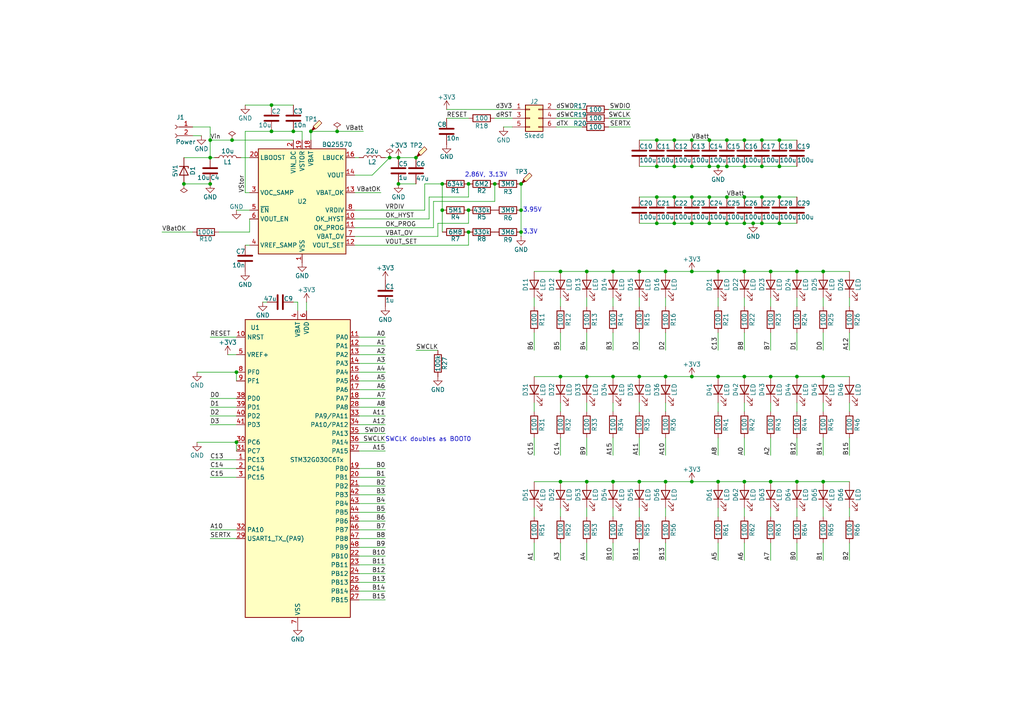
<source format=kicad_sch>
(kicad_sch (version 20250114) (generator "eeschema") (generator_version "9.0")
  (paper "A4")
  (text "3.95V" (at 151.638 60.96 0) (effects (font (size 1.27 1.27)) (justify left)))
  (text "3.3V\n" (at 151.638 67.31 0) (effects (font (size 1.27 1.27)) (justify left)))
  (text "2.86V, 3.13V" (at 140.97 50.8 0) (effects (font (size 1.27 1.27))))
  (text "SWCLK doubles as BOOT0" (at 124.206 127.508 0) (effects (font (size 1.27 1.27))))
  (junction (at 200.66 109.22))
  (junction (at 170.18 109.22))
  (junction (at 162.56 139.7))
  (junction (at 215.9 40.64))
  (junction (at 115.57 53.34))
  (junction (at 205.74 48.26))
  (junction (at 60.96 53.34))
  (junction (at 68.58 107.95))
  (junction (at 128.27 53.34))
  (junction (at 215.9 109.22))
  (junction (at 220.98 57.15))
  (junction (at 177.8 78.74))
  (junction (at 220.98 40.64))
  (junction (at 200.66 78.74))
  (junction (at 177.8 139.7))
  (junction (at 238.76 109.22))
  (junction (at 238.76 139.7))
  (junction (at 143.51 53.34))
  (junction (at 215.9 139.7))
  (junction (at 218.44 64.77))
  (junction (at 170.18 139.7))
  (junction (at 200.66 57.15))
  (junction (at 190.5 48.26))
  (junction (at 60.96 45.72))
  (junction (at 223.52 78.74))
  (junction (at 226.06 64.77))
  (junction (at 200.66 64.77))
  (junction (at 205.74 64.77))
  (junction (at 215.9 64.77))
  (junction (at 135.89 67.31))
  (junction (at 170.18 78.74))
  (junction (at 210.82 57.15))
  (junction (at 90.17 38.1))
  (junction (at 210.82 40.64))
  (junction (at 162.56 109.22))
  (junction (at 223.52 139.7))
  (junction (at 190.5 64.77))
  (junction (at 78.74 30.48))
  (junction (at 195.58 48.26))
  (junction (at 208.28 48.26))
  (junction (at 200.66 48.26))
  (junction (at 231.14 139.7))
  (junction (at 200.66 139.7))
  (junction (at 185.42 78.74))
  (junction (at 78.74 38.1))
  (junction (at 120.65 45.72))
  (junction (at 195.58 57.15))
  (junction (at 151.13 67.31))
  (junction (at 208.28 109.22))
  (junction (at 210.82 64.77))
  (junction (at 185.42 139.7))
  (junction (at 115.57 45.72))
  (junction (at 135.89 60.96))
  (junction (at 190.5 57.15))
  (junction (at 53.34 53.34))
  (junction (at 135.89 53.34))
  (junction (at 193.04 109.22))
  (junction (at 208.28 78.74))
  (junction (at 200.66 40.64))
  (junction (at 60.96 40.64))
  (junction (at 97.79 38.1))
  (junction (at 185.42 109.22))
  (junction (at 193.04 139.7))
  (junction (at 128.27 60.96))
  (junction (at 190.5 40.64))
  (junction (at 151.13 53.34))
  (junction (at 226.06 57.15))
  (junction (at 208.28 139.7))
  (junction (at 210.82 48.26))
  (junction (at 205.74 57.15))
  (junction (at 67.31 40.64))
  (junction (at 177.8 109.22))
  (junction (at 220.98 64.77))
  (junction (at 238.76 78.74))
  (junction (at 193.04 78.74))
  (junction (at 195.58 64.77))
  (junction (at 151.13 60.96))
  (junction (at 226.06 48.26))
  (junction (at 215.9 78.74))
  (junction (at 195.58 40.64))
  (junction (at 113.03 45.72))
  (junction (at 220.98 48.26))
  (junction (at 226.06 40.64))
  (junction (at 215.9 57.15))
  (junction (at 215.9 48.26))
  (junction (at 223.52 109.22))
  (junction (at 231.14 109.22))
  (junction (at 162.56 78.74))
  (junction (at 85.09 38.1))
  (junction (at 68.58 128.27))
  (junction (at 231.14 78.74))
  (junction (at 205.74 40.64))
  (wire (pts (xy 176.53 34.29) (xy 182.88 34.29)))
  (wire (pts (xy 102.87 50.8) (xy 107.95 50.8)))
  (wire (pts (xy 193.04 109.22) (xy 200.66 109.22)))
  (wire (pts (xy 231.14 139.7) (xy 238.76 139.7)))
  (wire (pts (xy 226.06 40.64) (xy 231.14 40.64)))
  (wire (pts (xy 231.14 78.74) (xy 238.76 78.74)))
  (wire (pts (xy 111.76 143.51) (xy 104.14 143.51)))
  (wire (pts (xy 151.13 60.96) (xy 151.13 67.31)))
  (wire (pts (xy 60.96 115.57) (xy 68.58 115.57)))
  (wire (pts (xy 185.42 48.26) (xy 190.5 48.26)))
  (wire (pts (xy 231.14 57.15) (xy 226.06 57.15)))
  (wire (pts (xy 210.82 64.77) (xy 205.74 64.77)))
  (wire (pts (xy 170.18 157.48) (xy 170.18 162.56)))
  (wire (pts (xy 170.18 78.74) (xy 177.8 78.74)))
  (wire (pts (xy 127 64.77) (xy 135.89 64.77)))
  (wire (pts (xy 120.65 53.34) (xy 115.57 53.34)))
  (wire (pts (xy 55.88 39.37) (xy 58.42 39.37)))
  (wire (pts (xy 200.66 109.22) (xy 208.28 109.22)))
  (wire (pts (xy 102.87 63.5) (xy 124.46 63.5)))
  (wire (pts (xy 67.31 40.64) (xy 60.96 40.64)))
  (wire (pts (xy 67.31 40.64) (xy 85.09 40.64)))
  (wire (pts (xy 135.89 64.77) (xy 135.89 60.96)))
  (wire (pts (xy 102.87 68.58) (xy 127 68.58)))
  (wire (pts (xy 161.29 34.29) (xy 168.91 34.29)))
  (wire (pts (xy 162.56 78.74) (xy 170.18 78.74)))
  (wire (pts (xy 238.76 147.32) (xy 238.76 149.86)))
  (wire (pts (xy 111.76 130.81) (xy 104.14 130.81)))
  (wire (pts (xy 185.42 86.36) (xy 185.42 88.9)))
  (wire (pts (xy 128.27 60.96) (xy 128.27 67.31)))
  (wire (pts (xy 170.18 147.32) (xy 170.18 149.86)))
  (wire (pts (xy 177.8 109.22) (xy 185.42 109.22)))
  (wire (pts (xy 111.76 118.11) (xy 104.14 118.11)))
  (wire (pts (xy 90.17 40.64) (xy 90.17 38.1)))
  (wire (pts (xy 111.76 168.91) (xy 104.14 168.91)))
  (wire (pts (xy 223.52 127) (xy 223.52 132.08)))
  (wire (pts (xy 104.14 158.75) (xy 111.76 158.75)))
  (wire (pts (xy 111.76 45.72) (xy 113.03 45.72)))
  (wire (pts (xy 190.5 40.64) (xy 195.58 40.64)))
  (wire (pts (xy 246.38 147.32) (xy 246.38 149.86)))
  (wire (pts (xy 90.17 38.1) (xy 97.79 38.1)))
  (wire (pts (xy 57.15 128.27) (xy 68.58 128.27)))
  (wire (pts (xy 102.87 60.96) (xy 123.19 60.96)))
  (wire (pts (xy 185.42 127) (xy 185.42 132.08)))
  (wire (pts (xy 72.39 63.5) (xy 72.39 67.31)))
  (wire (pts (xy 177.8 127) (xy 177.8 132.08)))
  (wire (pts (xy 210.82 48.26) (xy 215.9 48.26)))
  (wire (pts (xy 128.27 53.34) (xy 128.27 60.96)))
  (wire (pts (xy 177.8 86.36) (xy 177.8 88.9)))
  (wire (pts (xy 215.9 96.52) (xy 215.9 101.6)))
  (wire (pts (xy 68.58 128.27) (xy 68.58 130.81)))
  (wire (pts (xy 193.04 147.32) (xy 193.04 149.86)))
  (wire (pts (xy 60.96 40.64) (xy 60.96 45.72)))
  (wire (pts (xy 177.8 139.7) (xy 185.42 139.7)))
  (wire (pts (xy 154.94 78.74) (xy 162.56 78.74)))
  (wire (pts (xy 190.5 57.15) (xy 195.58 57.15)))
  (wire (pts (xy 143.51 58.42) (xy 143.51 53.34)))
  (wire (pts (xy 246.38 96.52) (xy 246.38 101.6)))
  (wire (pts (xy 125.73 58.42) (xy 143.51 58.42)))
  (wire (pts (xy 185.42 57.15) (xy 190.5 57.15)))
  (wire (pts (xy 200.66 64.77) (xy 205.74 64.77)))
  (wire (pts (xy 208.28 86.36) (xy 208.28 88.9)))
  (wire (pts (xy 102.87 66.04) (xy 125.73 66.04)))
  (wire (pts (xy 223.52 86.36) (xy 223.52 88.9)))
  (wire (pts (xy 205.74 40.64) (xy 210.82 40.64)))
  (wire (pts (xy 88.9 87.63) (xy 88.9 90.17)))
  (wire (pts (xy 111.76 156.21) (xy 104.14 156.21)))
  (wire (pts (xy 223.52 139.7) (xy 231.14 139.7)))
  (wire (pts (xy 71.12 38.1) (xy 71.12 55.88)))
  (wire (pts (xy 85.09 87.63) (xy 86.36 87.63)))
  (wire (pts (xy 220.98 48.26) (xy 215.9 48.26)))
  (wire (pts (xy 215.9 157.48) (xy 215.9 162.56)))
  (wire (pts (xy 129.54 31.75) (xy 148.59 31.75)))
  (wire (pts (xy 177.8 147.32) (xy 177.8 149.86)))
  (wire (pts (xy 226.06 64.77) (xy 220.98 64.77)))
  (wire (pts (xy 154.94 127) (xy 154.94 132.08)))
  (wire (pts (xy 154.94 86.36) (xy 154.94 88.9)))
  (wire (pts (xy 63.5 67.31) (xy 72.39 67.31)))
  (wire (pts (xy 162.56 116.84) (xy 162.56 119.38)))
  (wire (pts (xy 193.04 157.48) (xy 193.04 162.56)))
  (wire (pts (xy 205.74 48.26) (xy 208.28 48.26)))
  (wire (pts (xy 113.03 45.72) (xy 115.57 45.72)))
  (wire (pts (xy 215.9 86.36) (xy 215.9 88.9)))
  (wire (pts (xy 111.76 105.41) (xy 104.14 105.41)))
  (wire (pts (xy 238.76 86.36) (xy 238.76 88.9)))
  (wire (pts (xy 127 68.58) (xy 127 64.77)))
  (wire (pts (xy 87.63 40.64) (xy 87.63 38.1)))
  (wire (pts (xy 215.9 57.15) (xy 210.82 57.15)))
  (wire (pts (xy 111.76 171.45) (xy 104.14 171.45)))
  (wire (pts (xy 190.5 64.77) (xy 195.58 64.77)))
  (wire (pts (xy 215.9 147.32) (xy 215.9 149.86)))
  (wire (pts (xy 208.28 139.7) (xy 215.9 139.7)))
  (wire (pts (xy 60.96 118.11) (xy 68.58 118.11)))
  (wire (pts (xy 55.88 36.83) (xy 60.96 36.83)))
  (wire (pts (xy 46.99 67.31) (xy 55.88 67.31)))
  (wire (pts (xy 57.15 107.95) (xy 68.58 107.95)))
  (wire (pts (xy 220.98 40.64) (xy 226.06 40.64)))
  (wire (pts (xy 60.96 123.19) (xy 68.58 123.19)))
  (wire (pts (xy 215.9 40.64) (xy 220.98 40.64)))
  (wire (pts (xy 111.76 107.95) (xy 104.14 107.95)))
  (wire (pts (xy 200.66 64.77) (xy 195.58 64.77)))
  (wire (pts (xy 111.76 146.05) (xy 104.14 146.05)))
  (wire (pts (xy 231.14 116.84) (xy 231.14 119.38)))
  (wire (pts (xy 177.8 116.84) (xy 177.8 119.38)))
  (wire (pts (xy 208.28 109.22) (xy 215.9 109.22)))
  (wire (pts (xy 68.58 60.96) (xy 72.39 60.96)))
  (wire (pts (xy 215.9 64.77) (xy 218.44 64.77)))
  (wire (pts (xy 111.76 100.33) (xy 104.14 100.33)))
  (wire (pts (xy 102.87 71.12) (xy 135.89 71.12)))
  (wire (pts (xy 215.9 139.7) (xy 223.52 139.7)))
  (wire (pts (xy 125.73 66.04) (xy 125.73 58.42)))
  (wire (pts (xy 162.56 86.36) (xy 162.56 88.9)))
  (wire (pts (xy 176.53 31.75) (xy 182.88 31.75)))
  (wire (pts (xy 238.76 139.7) (xy 246.38 139.7)))
  (wire (pts (xy 231.14 157.48) (xy 231.14 162.56)))
  (wire (pts (xy 68.58 97.79) (xy 60.96 97.79)))
  (wire (pts (xy 135.89 71.12) (xy 135.89 67.31)))
  (wire (pts (xy 170.18 109.22) (xy 177.8 109.22)))
  (wire (pts (xy 170.18 127) (xy 170.18 132.08)))
  (wire (pts (xy 111.76 140.97) (xy 104.14 140.97)))
  (wire (pts (xy 78.74 30.48) (xy 85.09 30.48)))
  (wire (pts (xy 200.66 40.64) (xy 205.74 40.64)))
  (wire (pts (xy 193.04 96.52) (xy 193.04 101.6)))
  (wire (pts (xy 246.38 86.36) (xy 246.38 88.9)))
  (wire (pts (xy 246.38 127) (xy 246.38 132.08)))
  (wire (pts (xy 107.95 50.8) (xy 113.03 45.72)))
  (wire (pts (xy 87.63 38.1) (xy 85.09 38.1)))
  (wire (pts (xy 154.94 147.32) (xy 154.94 149.86)))
  (wire (pts (xy 102.87 55.88) (xy 110.49 55.88)))
  (wire (pts (xy 193.04 86.36) (xy 193.04 88.9)))
  (wire (pts (xy 220.98 57.15) (xy 226.06 57.15)))
  (wire (pts (xy 218.44 64.77) (xy 220.98 64.77)))
  (wire (pts (xy 200.66 139.7) (xy 208.28 139.7)))
  (wire (pts (xy 185.42 157.48) (xy 185.42 162.56)))
  (wire (pts (xy 123.19 60.96) (xy 123.19 53.34)))
  (wire (pts (xy 200.66 57.15) (xy 205.74 57.15)))
  (wire (pts (xy 238.76 109.22) (xy 246.38 109.22)))
  (wire (pts (xy 238.76 157.48) (xy 238.76 162.56)))
  (wire (pts (xy 162.56 109.22) (xy 170.18 109.22)))
  (wire (pts (xy 215.9 109.22) (xy 223.52 109.22)))
  (wire (pts (xy 215.9 64.77) (xy 210.82 64.77)))
  (wire (pts (xy 104.14 120.65) (xy 111.76 120.65)))
  (wire (pts (xy 86.36 87.63) (xy 86.36 90.17)))
  (wire (pts (xy 154.94 116.84) (xy 154.94 119.38)))
  (wire (pts (xy 129.54 34.29) (xy 135.89 34.29)))
  (wire (pts (xy 185.42 78.74) (xy 193.04 78.74)))
  (wire (pts (xy 111.76 113.03) (xy 104.14 113.03)))
  (wire (pts (xy 151.13 53.34) (xy 151.13 60.96)))
  (wire (pts (xy 208.28 157.48) (xy 208.28 162.56)))
  (wire (pts (xy 162.56 127) (xy 162.56 132.08)))
  (wire (pts (xy 208.28 116.84) (xy 208.28 119.38)))
  (wire (pts (xy 104.14 115.57) (xy 111.76 115.57)))
  (wire (pts (xy 185.42 109.22) (xy 193.04 109.22)))
  (wire (pts (xy 111.76 135.89) (xy 104.14 135.89)))
  (wire (pts (xy 104.14 153.67) (xy 111.76 153.67)))
  (wire (pts (xy 69.85 45.72) (xy 72.39 45.72)))
  (wire (pts (xy 151.13 68.58) (xy 151.13 67.31)))
  (wire (pts (xy 200.66 48.26) (xy 205.74 48.26)))
  (wire (pts (xy 76.2 87.63) (xy 77.47 87.63)))
  (wire (pts (xy 154.94 96.52) (xy 154.94 101.6)))
  (wire (pts (xy 177.8 96.52) (xy 177.8 101.6)))
  (wire (pts (xy 193.04 127) (xy 193.04 132.08)))
  (wire (pts (xy 60.96 36.83) (xy 60.96 40.64)))
  (wire (pts (xy 143.51 34.29) (xy 148.59 34.29)))
  (wire (pts (xy 223.52 157.48) (xy 223.52 162.56)))
  (wire (pts (xy 53.34 53.34) (xy 60.96 53.34)))
  (wire (pts (xy 124.46 57.15) (xy 135.89 57.15)))
  (wire (pts (xy 223.52 147.32) (xy 223.52 149.86)))
  (wire (pts (xy 215.9 116.84) (xy 215.9 119.38)))
  (wire (pts (xy 53.34 45.72) (xy 60.96 45.72)))
  (wire (pts (xy 71.12 55.88) (xy 72.39 55.88)))
  (wire (pts (xy 154.94 157.48) (xy 154.94 162.56)))
  (wire (pts (xy 215.9 78.74) (xy 223.52 78.74)))
  (wire (pts (xy 223.52 116.84) (xy 223.52 119.38)))
  (wire (pts (xy 185.42 64.77) (xy 190.5 64.77)))
  (wire (pts (xy 193.04 78.74) (xy 200.66 78.74)))
  (wire (pts (xy 177.8 157.48) (xy 177.8 162.56)))
  (wire (pts (xy 170.18 86.36) (xy 170.18 88.9)))
  (wire (pts (xy 185.42 40.64) (xy 190.5 40.64)))
  (wire (pts (xy 226.06 48.26) (xy 220.98 48.26)))
  (wire (pts (xy 111.76 97.79) (xy 104.14 97.79)))
  (wire (pts (xy 60.96 138.43) (xy 68.58 138.43)))
  (wire (pts (xy 208.28 48.26) (xy 210.82 48.26)))
  (wire (pts (xy 223.52 78.74) (xy 231.14 78.74)))
  (wire (pts (xy 208.28 127) (xy 208.28 132.08)))
  (wire (pts (xy 60.96 135.89) (xy 68.58 135.89)))
  (wire (pts (xy 238.76 127) (xy 238.76 132.08)))
  (wire (pts (xy 231.14 86.36) (xy 231.14 88.9)))
  (wire (pts (xy 215.9 57.15) (xy 220.98 57.15)))
  (wire (pts (xy 135.89 57.15) (xy 135.89 53.34)))
  (wire (pts (xy 170.18 116.84) (xy 170.18 119.38)))
  (wire (pts (xy 60.96 153.67) (xy 68.58 153.67)))
  (wire (pts (xy 238.76 78.74) (xy 246.38 78.74)))
  (wire (pts (xy 231.14 96.52) (xy 231.14 101.6)))
  (wire (pts (xy 190.5 48.26) (xy 195.58 48.26)))
  (wire (pts (xy 146.05 36.83) (xy 148.59 36.83)))
  (wire (pts (xy 185.42 96.52) (xy 185.42 101.6)))
  (wire (pts (xy 200.66 57.15) (xy 195.58 57.15)))
  (wire (pts (xy 111.76 166.37) (xy 104.14 166.37)))
  (wire (pts (xy 154.94 109.22) (xy 162.56 109.22)))
  (wire (pts (xy 231.14 127) (xy 231.14 132.08)))
  (wire (pts (xy 193.04 139.7) (xy 200.66 139.7)))
  (wire (pts (xy 226.06 64.77) (xy 231.14 64.77)))
  (wire (pts (xy 71.12 71.12) (xy 72.39 71.12)))
  (wire (pts (xy 215.9 127) (xy 215.9 132.08)))
  (wire (pts (xy 205.74 57.15) (xy 210.82 57.15)))
  (wire (pts (xy 104.14 123.19) (xy 111.76 123.19)))
  (wire (pts (xy 182.88 36.83) (xy 176.53 36.83)))
  (wire (pts (xy 208.28 78.74) (xy 215.9 78.74)))
  (wire (pts (xy 71.12 30.48) (xy 78.74 30.48)))
  (wire (pts (xy 161.29 36.83) (xy 168.91 36.83)))
  (wire (pts (xy 60.96 120.65) (xy 68.58 120.65)))
  (wire (pts (xy 60.96 45.72) (xy 62.23 45.72)))
  (wire (pts (xy 124.46 63.5) (xy 124.46 57.15)))
  (wire (pts (xy 102.87 45.72) (xy 104.14 45.72)))
  (wire (pts (xy 111.76 138.43) (xy 104.14 138.43)))
  (wire (pts (xy 66.04 102.87) (xy 68.58 102.87)))
  (wire (pts (xy 162.56 96.52) (xy 162.56 101.6)))
  (wire (pts (xy 246.38 157.48) (xy 246.38 162.56)))
  (wire (pts (xy 238.76 116.84) (xy 238.76 119.38)))
  (wire (pts (xy 238.76 96.52) (xy 238.76 101.6)))
  (wire (pts (xy 60.96 133.35) (xy 68.58 133.35)))
  (wire (pts (xy 68.58 107.95) (xy 68.58 110.49)))
  (wire (pts (xy 170.18 139.7) (xy 177.8 139.7)))
  (wire (pts (xy 170.18 96.52) (xy 170.18 101.6)))
  (wire (pts (xy 195.58 40.64) (xy 200.66 40.64)))
  (wire (pts (xy 68.58 156.21) (xy 60.96 156.21)))
  (wire (pts (xy 231.14 147.32) (xy 231.14 149.86)))
  (wire (pts (xy 162.56 139.7) (xy 170.18 139.7)))
  (wire (pts (xy 231.14 109.22) (xy 238.76 109.22)))
  (wire (pts (xy 111.76 173.99) (xy 104.14 173.99)))
  (wire (pts (xy 161.29 31.75) (xy 168.91 31.75)))
  (wire (pts (xy 71.12 38.1) (xy 78.74 38.1)))
  (wire (pts (xy 111.76 161.29) (xy 104.14 161.29)))
  (wire (pts (xy 123.19 53.34) (xy 128.27 53.34)))
  (wire (pts (xy 208.28 96.52) (xy 208.28 101.6)))
  (wire (pts (xy 111.76 148.59) (xy 104.14 148.59)))
  (wire (pts (xy 111.76 128.27) (xy 104.14 128.27)))
  (wire (pts (xy 208.28 147.32) (xy 208.28 149.86)))
  (wire (pts (xy 185.42 116.84) (xy 185.42 119.38)))
  (wire (pts (xy 111.76 110.49) (xy 104.14 110.49)))
  (wire (pts (xy 195.58 48.26) (xy 200.66 48.26)))
  (wire (pts (xy 177.8 78.74) (xy 185.42 78.74)))
  (wire (pts (xy 104.14 102.87) (xy 111.76 102.87)))
  (wire (pts (xy 154.94 139.7) (xy 162.56 139.7)))
  (wire (pts (xy 120.65 101.6) (xy 127 101.6)))
  (wire (pts (xy 223.52 109.22) (xy 231.14 109.22)))
  (wire (pts (xy 246.38 116.84) (xy 246.38 119.38)))
  (wire (pts (xy 78.74 38.1) (xy 85.09 38.1)))
  (wire (pts (xy 111.76 125.73) (xy 104.14 125.73)))
  (wire (pts (xy 97.79 38.1) (xy 105.41 38.1)))
  (wire (pts (xy 104.14 151.13) (xy 111.76 151.13)))
  (wire (pts (xy 120.65 45.72) (xy 115.57 45.72)))
  (wire (pts (xy 162.56 157.48) (xy 162.56 162.56)))
  (wire (pts (xy 111.76 163.83) (xy 104.14 163.83)))
  (wire (pts (xy 185.42 147.32) (xy 185.42 149.86)))
  (wire (pts (xy 162.56 147.32) (xy 162.56 149.86)))
  (wire (pts (xy 193.04 116.84) (xy 193.04 119.38)))
  (wire (pts (xy 200.66 78.74) (xy 208.28 78.74)))
  (wire (pts (xy 223.52 96.52) (xy 223.52 101.6)))
  (wire (pts (xy 226.06 48.26) (xy 231.14 48.26)))
  (wire (pts (xy 185.42 139.7) (xy 193.04 139.7)))
  (wire (pts (xy 210.82 40.64) (xy 215.9 40.64)))
  (label "SWDIO" (at 111.76 125.73 180))
  (label "B12" (at 111.76 166.37 180))
  (label "B1" (at 238.76 162.56 90))
  (label "A11" (at 185.42 132.08 90))
  (label "OK_PROG" (at 111.76 66.04 0))
  (label "C15" (at 60.96 138.43 0))
  (label "B5" (at 111.76 148.59 180))
  (label "B0" (at 111.76 135.89 180))
  (label "dTX" (at 161.29 36.83 0))
  (label "A8" (at 111.76 118.11 180))
  (label "VOUT_SET" (at 111.76 71.12 0))
  (label "VBatt" (at 105.41 38.1 180))
  (label "B4" (at 170.18 101.6 90))
  (label "B8" (at 111.76 156.21 180))
  (label "B12" (at 231.14 132.08 90))
  (label "A2" (at 223.52 132.08 90))
  (label "SWCLK" (at 111.76 128.27 180))
  (label "SERTX" (at 60.96 156.21 0))
  (label "A3" (at 162.56 162.56 90))
  (label "A8" (at 208.28 132.08 90))
  (label "B1" (at 111.76 138.43 180))
  (label "B4" (at 111.76 146.05 180))
  (label "A11" (at 111.76 120.65 180))
  (label "A5" (at 208.28 162.56 90))
  (label "B8" (at 215.9 101.6 90))
  (label "A4" (at 111.76 107.95 180))
  (label "B6" (at 154.94 101.6 90))
  (label "B10" (at 177.8 162.56 90))
  (label "Vin" (at 60.96 40.64 0))
  (label "dSWC" (at 161.29 34.29 0))
  (label "B3" (at 111.76 143.51 180))
  (label "D0" (at 238.76 101.6 90))
  (label "B7" (at 223.52 101.6 90))
  (label "VBatOK" (at 46.99 67.31 0))
  (label "C14" (at 60.96 135.89 0))
  (label "C14" (at 162.56 132.08 90))
  (label "SERTX" (at 182.88 36.83 180))
  (label "SWDIO" (at 182.88 31.75 180))
  (label "A12" (at 111.76 123.19 180))
  (label "SWCLK" (at 182.88 34.29 180))
  (label "VBatt" (at 205.74 40.64 180))
  (label "dRST" (at 148.59 34.29 180))
  (label "B10" (at 111.76 161.29 180))
  (label "D0" (at 60.96 115.57 0))
  (label "VStor" (at 71.12 55.88 90))
  (label "B7" (at 111.76 153.67 180))
  (label "B2" (at 246.38 162.56 90))
  (label "A12" (at 246.38 101.6 90))
  (label "A1" (at 154.94 162.56 90))
  (label "D3" (at 185.42 101.6 90))
  (label "D2" (at 193.04 101.6 90))
  (label "A3" (at 111.76 105.41 180))
  (label "VBatOK" (at 110.49 55.88 180))
  (label "RESET" (at 60.96 97.79 0))
  (label "D2" (at 60.96 120.65 0))
  (label "SWCLK" (at 120.65 101.6 0))
  (label "A6" (at 111.76 113.03 180))
  (label "B14" (at 238.76 132.08 90))
  (label "B2" (at 111.76 140.97 180))
  (label "B14" (at 111.76 171.45 180))
  (label "B13" (at 193.04 162.56 90))
  (label "B11" (at 111.76 163.83 180))
  (label "D1" (at 231.14 101.6 90))
  (label "A15" (at 177.8 132.08 90))
  (label "A10" (at 60.96 153.67 0))
  (label "B9" (at 170.18 132.08 90))
  (label "A4" (at 170.18 162.56 90))
  (label "A1" (at 111.76 100.33 180))
  (label "B6" (at 111.76 151.13 180))
  (label "dSWD" (at 161.29 31.75 0))
  (label "C13" (at 208.28 101.6 90))
  (label "VBAT_OV" (at 111.76 68.58 0))
  (label "A5" (at 111.76 110.49 180))
  (label "B5" (at 162.56 101.6 90))
  (label "A2" (at 111.76 102.87 180))
  (label "RESET" (at 129.54 34.29 0))
  (label "d3V3" (at 148.59 31.75 180))
  (label "B11" (at 185.42 162.56 90))
  (label "A7" (at 111.76 115.57 180))
  (label "VRDIV" (at 111.76 60.96 0))
  (label "D1" (at 60.96 118.11 0))
  (label "A10" (at 193.04 132.08 90))
  (label "OK_HYST" (at 111.76 63.5 0))
  (label "A7" (at 223.52 162.56 90))
  (label "B15" (at 111.76 173.99 180))
  (label "B13" (at 111.76 168.91 180))
  (label "A6" (at 215.9 162.56 90))
  (label "B15" (at 246.38 132.08 90))
  (label "C13" (at 60.96 133.35 0))
  (label "C15" (at 154.94 132.08 90))
  (label "A15" (at 111.76 130.81 180))
  (label "D3" (at 60.96 123.19 0))
  (label "VBatt" (at 215.9 57.15 180))
  (label "B9" (at 111.76 158.75 180))
  (label "B3" (at 177.8 101.6 90))
  (label "B0" (at 231.14 162.56 90))
  (label "A0" (at 111.76 97.79 180))
  (label "A0" (at 215.9 132.08 90))
  (symbol (lib_id "Device:C") (at 129.54 38.1 0) (unit 1)
    (property "Reference" "C8" (at 129.54 36.83 0) (effects (justify right bottom)))
    (property "Value" "10n" (at 129.54 39.37 0) (effects (justify left top)))
    (property "Footprint" "Capacitor_SMD:C_0402_1005Metric" (effects (hide yes)))
    (property "Description" "Unpolarized capacitor" (effects (hide yes)))
    (property "LCSC" "C15195" (effects (hide yes)))
  )
  (symbol (lib_id "Device:LED") (at 208.28 82.55 90) (unit 1) (in_bom no)
    (property "Reference" "D21" (at 205.74 82.55 0))
    (property "Value" "LED" (at 210.82 82.55 0))
    (property "Footprint" "LED_SMD:LED_0805_2012Metric" (effects (hide yes)))
    (property "Description" "Light emitting diode" (effects (hide yes)))
    (property "Sim.Pins" "1=K 2=A" (effects (hide yes)))
  )
  (symbol (lib_id "Device:LED") (at 246.38 82.55 90) (unit 1) (in_bom no)
    (property "Reference" "D26" (at 243.84 82.55 0))
    (property "Value" "LED" (at 248.92 82.55 0))
    (property "Footprint" "LED_SMD:LED_0805_2012Metric" (effects (hide yes)))
    (property "Description" "Light emitting diode" (effects (hide yes)))
    (property "Sim.Pins" "1=K 2=A" (effects (hide yes)))
  )
  (symbol (lib_id "Device:R") (at 193.04 153.67 0) (mirror y) (unit 1)
    (property "Reference" "R56" (at 194.564 153.6699 90) (effects (justify bottom)))
    (property "Value" "100" (at 193.04 153.6699 90))
    (property "Footprint" "Resistor_SMD:R_0402_1005Metric" (effects (hide yes)))
    (property "Description" "Resistor" (effects (hide yes)))
    (property "LCSC" "C25076" (effects (hide yes)))
  )
  (symbol (lib_id "power:+3V3") (at 200.66 109.22 0) (unit 1)
    (property "Reference" "#PWR022" (effects (hide yes)))
    (property "Value" "+3V3" (at 200.66 105.664 0))
    (property "Description" "Power symbol creates a global label with name \"+3V3\"" (effects (hide yes)))
  )
  (symbol (lib_id "Device:R") (at 162.56 92.71 0) (mirror y) (unit 1)
    (property "Reference" "R12" (at 164.084 92.7099 90) (effects (justify bottom)))
    (property "Value" "100" (at 162.56 92.7099 90))
    (property "Footprint" "Resistor_SMD:R_0402_1005Metric" (effects (hide yes)))
    (property "Description" "Resistor" (effects (hide yes)))
    (property "LCSC" "C25076" (effects (hide yes)))
  )
  (symbol (lib_id "Device:R") (at 246.38 92.71 0) (mirror y) (unit 1)
    (property "Reference" "R26" (at 247.904 92.7099 90) (effects (justify bottom)))
    (property "Value" "100" (at 246.38 92.7099 90))
    (property "Footprint" "Resistor_SMD:R_0402_1005Metric" (effects (hide yes)))
    (property "Description" "Resistor" (effects (hide yes)))
    (property "LCSC" "C25076" (effects (hide yes)))
  )
  (symbol (lib_id "Device:LED") (at 162.56 113.03 90) (unit 1) (in_bom no)
    (property "Reference" "D32" (at 160.02 113.03 0))
    (property "Value" "LED" (at 165.1 113.03 0))
    (property "Footprint" "LED_SMD:LED_0805_2012Metric" (effects (hide yes)))
    (property "Description" "Light emitting diode" (effects (hide yes)))
    (property "Sim.Pins" "1=K 2=A" (effects (hide yes)))
  )
  (symbol (lib_id "power:PWR_FLAG") (at 67.31 40.64 0) (unit 1)
    (property "Reference" "#FLG02" (effects (hide yes)))
    (property "Value" "PWR_FLAG" (effects (hide yes)))
    (property "Description" "Special symbol for telling ERC where power comes from" (effects (hide yes)))
  )
  (symbol (lib_id "power:GND") (at 86.36 181.61 0) (unit 1)
    (property "Reference" "#PWR011" (effects (hide yes)))
    (property "Value" "GND" (at 86.36 185.42 0))
    (property "Description" "Power symbol creates a global label with name \"GND\" , ground" (effects (hide yes)))
  )
  (symbol (lib_id "power:GND") (at 111.76 88.9 0) (unit 1)
    (property "Reference" "#PWR03" (effects (hide yes)))
    (property "Value" "GND" (at 111.76 92.71 0))
    (property "Description" "Power symbol creates a global label with name \"GND\" , ground" (effects (hide yes)))
  )
  (symbol (lib_id "Device:C") (at 111.76 85.09 0) (unit 1)
    (property "Reference" "C1" (at 111.76 83.82 0) (effects (justify left bottom)))
    (property "Value" "1u" (at 111.76 86.36 0) (effects (justify left top)))
    (property "Footprint" "Capacitor_SMD:C_0402_1005Metric" (effects (hide yes)))
    (property "Description" "Unpolarized capacitor" (effects (hide yes)))
    (property "LCSC" "C52923" (effects (hide yes)))
  )
  (symbol (lib_id "Parts:STM32G030C6Tx") (at 86.36 135.89 0) (unit 1)
    (property "Reference" "U1" (at 72.644 94.996 0) (effects (justify left)))
    (property "Value" "STM32G030C6Tx" (at 84.074 133.35 0) (effects (justify left)))
    (property "Footprint" "Package_QFP:LQFP-48_7x7mm_P0.5mm" (effects (hide yes)))
    (property "Datasheet" "https://www.st.com/resource/en/datasheet/stm32g030c6.pdf" (effects (hide yes)))
    (property "Description" "STMicroelectronics Arm Cortex-M0+ MCU, 32KB flash, 8KB RAM, 64 MHz, 2.0-3.6V, 43 GPIO, LQFP48" (effects (hide yes)))
    (property "LCSC" "C529329" (effects (hide yes)))
    (pin "29" (alternate "USART1_TX (PA9)"))
  )
  (symbol (lib_id "Device:R") (at 208.28 153.67 0) (mirror y) (unit 1)
    (property "Reference" "R61" (at 209.804 153.6699 90) (effects (justify bottom)))
    (property "Value" "100" (at 208.28 153.6699 90))
    (property "Footprint" "Resistor_SMD:R_0402_1005Metric" (effects (hide yes)))
    (property "Description" "Resistor" (effects (hide yes)))
    (property "LCSC" "C25076" (effects (hide yes)))
  )
  (symbol (lib_id "Device:LED") (at 170.18 143.51 90) (unit 1) (in_bom no)
    (property "Reference" "D53" (at 167.64 143.51 0))
    (property "Value" "LED" (at 172.72 143.51 0))
    (property "Footprint" "LED_SMD:LED_0805_2012Metric" (effects (hide yes)))
    (property "Description" "Light emitting diode" (effects (hide yes)))
    (property "Sim.Pins" "1=K 2=A" (effects (hide yes)))
  )
  (symbol (lib_id "Device:R") (at 154.94 123.19 0) (mirror y) (unit 1)
    (property "Reference" "R31" (at 156.464 123.1899 90) (effects (justify bottom)))
    (property "Value" "100" (at 154.94 123.1899 90))
    (property "Footprint" "Resistor_SMD:R_0402_1005Metric" (effects (hide yes)))
    (property "Description" "Resistor" (effects (hide yes)))
    (property "LCSC" "C25076" (effects (hide yes)))
  )
  (symbol (lib_id "Device:R") (at 246.38 153.67 0) (mirror y) (unit 1)
    (property "Reference" "R66" (at 247.904 153.6699 90) (effects (justify bottom)))
    (property "Value" "100" (at 246.38 153.6699 90))
    (property "Footprint" "Resistor_SMD:R_0402_1005Metric" (effects (hide yes)))
    (property "Description" "Resistor" (effects (hide yes)))
    (property "LCSC" "C25076" (effects (hide yes)))
  )
  (symbol (lib_id "Device:R") (at 132.08 53.34 90) (unit 1) (in_bom no)
    (property "Reference" "R1" (at 132.08 54.61 90) (effects (justify bottom)))
    (property "Value" "634k" (at 132.08 53.34 90))
    (property "Footprint" "Resistor_SMD:R_0603_1608Metric" (effects (hide yes)))
    (property "Description" "Resistor" (effects (hide yes)))
  )
  (symbol (lib_id "power:PWR_FLAG") (at 97.79 38.1 0) (mirror y) (unit 1)
    (property "Reference" "#FLG03" (effects (hide yes)))
    (property "Value" "PWR_FLAG" (effects (hide yes)))
    (property "Description" "Special symbol for telling ERC where power comes from" (effects (hide yes)))
  )
  (symbol (lib_id "Device:LED") (at 162.56 143.51 90) (unit 1) (in_bom no)
    (property "Reference" "D52" (at 160.02 143.51 0))
    (property "Value" "LED" (at 165.1 143.51 0))
    (property "Footprint" "LED_SMD:LED_0805_2012Metric" (effects (hide yes)))
    (property "Description" "Light emitting diode" (effects (hide yes)))
    (property "Sim.Pins" "1=K 2=A" (effects (hide yes)))
  )
  (symbol (lib_id "Device:LED") (at 215.9 113.03 90) (unit 1) (in_bom no)
    (property "Reference" "D42" (at 213.36 113.03 0))
    (property "Value" "LED" (at 218.44 113.03 0))
    (property "Footprint" "LED_SMD:LED_0805_2012Metric" (effects (hide yes)))
    (property "Description" "Light emitting diode" (effects (hide yes)))
    (property "Sim.Pins" "1=K 2=A" (effects (hide yes)))
  )
  (symbol (lib_id "Device:LED") (at 185.42 113.03 90) (unit 1) (in_bom no)
    (property "Reference" "D35" (at 182.88 113.03 0))
    (property "Value" "LED" (at 187.96 113.03 0))
    (property "Footprint" "LED_SMD:LED_0805_2012Metric" (effects (hide yes)))
    (property "Description" "Light emitting diode" (effects (hide yes)))
    (property "Sim.Pins" "1=K 2=A" (effects (hide yes)))
  )
  (symbol (lib_id "Device:R") (at 147.32 53.34 90) (unit 1) (in_bom no)
    (property "Reference" "R3" (at 147.32 54.864 90) (effects (justify bottom)))
    (property "Value" "3M9" (at 147.32 53.34 90))
    (property "Footprint" "Resistor_SMD:R_0603_1608Metric" (effects (hide yes)))
    (property "Description" "Resistor" (effects (hide yes)))
  )
  (symbol (lib_id "Device:LED") (at 170.18 82.55 90) (unit 1) (in_bom no)
    (property "Reference" "D13" (at 167.64 82.55 0))
    (property "Value" "LED" (at 172.72 82.55 0))
    (property "Footprint" "LED_SMD:LED_0805_2012Metric" (effects (hide yes)))
    (property "Description" "Light emitting diode" (effects (hide yes)))
    (property "Sim.Pins" "1=K 2=A" (effects (hide yes)))
  )
  (symbol (lib_id "Device:C") (at 231.14 44.45 0) (unit 1)
    (property "Reference" "C19" (at 231.14 43.18 0) (effects (justify left bottom)))
    (property "Value" "100u" (at 231.14 45.72 0) (effects (justify left top)))
    (property "Footprint" "Capacitor_SMD:C_1206_3216Metric" (effects (hide yes)))
    (property "Description" "Unpolarized capacitor" (effects (hide yes)))
    (property "LCSC" "C15008" (effects (hide yes)))
  )
  (symbol (lib_id "power:+3V3") (at 111.76 81.28 0) (unit 1)
    (property "Reference" "#PWR02" (effects (hide yes)))
    (property "Value" "+3V3" (at 111.76 77.724 0))
    (property "Description" "Power symbol creates a global label with name \"+3V3\"" (effects (hide yes)))
  )
  (symbol (lib_id "power:GND") (at 76.2 87.63 0) (unit 1)
    (property "Reference" "#PWR025" (effects (hide yes)))
    (property "Value" "GND" (at 76.2 91.44 0))
    (property "Description" "Power symbol creates a global label with name \"GND\" , ground" (effects (hide yes)))
  )
  (symbol (lib_id "power:GND") (at 68.58 60.96 0) (unit 1)
    (property "Reference" "#PWR07" (effects (hide yes)))
    (property "Value" "GND" (at 68.58 59.944 0))
    (property "Description" "Power symbol creates a global label with name \"GND\" , ground" (effects (hide yes)))
  )
  (symbol (lib_id "Device:LED") (at 223.52 143.51 90) (unit 1) (in_bom no)
    (property "Reference" "D63" (at 220.98 143.51 0))
    (property "Value" "LED" (at 226.06 143.51 0))
    (property "Footprint" "LED_SMD:LED_0805_2012Metric" (effects (hide yes)))
    (property "Description" "Light emitting diode" (effects (hide yes)))
    (property "Sim.Pins" "1=K 2=A" (effects (hide yes)))
  )
  (symbol (lib_id "Device:LED") (at 193.04 113.03 90) (unit 1) (in_bom no)
    (property "Reference" "D36" (at 190.5 113.03 0))
    (property "Value" "LED" (at 195.58 113.03 0))
    (property "Footprint" "LED_SMD:LED_0805_2012Metric" (effects (hide yes)))
    (property "Description" "Light emitting diode" (effects (hide yes)))
    (property "Sim.Pins" "1=K 2=A" (effects (hide yes)))
  )
  (symbol (lib_id "Device:LED") (at 177.8 113.03 90) (unit 1) (in_bom no)
    (property "Reference" "D34" (at 175.26 113.03 0))
    (property "Value" "LED" (at 180.34 113.03 0))
    (property "Footprint" "LED_SMD:LED_0805_2012Metric" (effects (hide yes)))
    (property "Description" "Light emitting diode" (effects (hide yes)))
    (property "Sim.Pins" "1=K 2=A" (effects (hide yes)))
  )
  (symbol (lib_id "Connector_Generic:Conn_02x03_Odd_Even") (at 153.67 34.29 0) (unit 1) (in_bom no)
    (property "Reference" "J2" (at 154.94 29.464 0))
    (property "Value" "Skedd" (at 154.94 39.37 0))
    (property "Footprint" "Parts:Skedd6" (effects (hide yes)))
    (property "Description" "Generic connector, double row, 02x03, odd/even pin numbering scheme (row 1 odd numbers, row 2 even numbers), script generated (kicad-library-utils/schlib/autogen/connector/)" (effects (hide yes)))
  )
  (symbol (lib_id "Device:R") (at 193.04 123.19 0) (mirror y) (unit 1)
    (property "Reference" "R36" (at 194.564 123.1899 90) (effects (justify bottom)))
    (property "Value" "100" (at 193.04 123.1899 90))
    (property "Footprint" "Resistor_SMD:R_0402_1005Metric" (effects (hide yes)))
    (property "Description" "Resistor" (effects (hide yes)))
    (property "LCSC" "C25076" (effects (hide yes)))
  )
  (symbol (lib_id "Device:C") (at 231.14 60.96 0) (unit 1)
    (property "Reference" "C29" (at 231.14 59.69 0) (effects (justify left bottom)))
    (property "Value" "100u" (at 231.14 62.23 0) (effects (justify left top)))
    (property "Footprint" "Capacitor_SMD:C_1206_3216Metric" (effects (hide yes)))
    (property "Description" "Unpolarized capacitor" (effects (hide yes)))
    (property "LCSC" "C15008" (effects (hide yes)))
  )
  (symbol (lib_id "Device:C") (at 195.58 60.96 0) (unit 1)
    (property "Reference" "C22" (at 195.58 59.69 0) (effects (justify left bottom)))
    (property "Value" "100u" (at 195.58 62.23 0) (effects (justify left top)))
    (property "Footprint" "Capacitor_SMD:C_1206_3216Metric" (effects (hide yes)))
    (property "Description" "Unpolarized capacitor" (effects (hide yes)))
    (property "LCSC" "C15008" (effects (hide yes)))
  )
  (symbol (lib_id "Device:LED") (at 215.9 143.51 90) (unit 1) (in_bom no)
    (property "Reference" "D62" (at 213.36 143.51 0))
    (property "Value" "LED" (at 218.44 143.51 0))
    (property "Footprint" "LED_SMD:LED_0805_2012Metric" (effects (hide yes)))
    (property "Description" "Light emitting diode" (effects (hide yes)))
    (property "Sim.Pins" "1=K 2=A" (effects (hide yes)))
  )
  (symbol (lib_id "Device:LED") (at 193.04 82.55 90) (unit 1) (in_bom no)
    (property "Reference" "D16" (at 190.5 82.55 0))
    (property "Value" "LED" (at 195.58 82.55 0))
    (property "Footprint" "LED_SMD:LED_0805_2012Metric" (effects (hide yes)))
    (property "Description" "Light emitting diode" (effects (hide yes)))
    (property "Sim.Pins" "1=K 2=A" (effects (hide yes)))
  )
  (symbol (lib_id "Device:R") (at 162.56 153.67 0) (mirror y) (unit 1)
    (property "Reference" "R52" (at 164.084 153.6699 90) (effects (justify bottom)))
    (property "Value" "100" (at 162.56 153.6699 90))
    (property "Footprint" "Resistor_SMD:R_0402_1005Metric" (effects (hide yes)))
    (property "Description" "Resistor" (effects (hide yes)))
    (property "LCSC" "C25076" (effects (hide yes)))
  )
  (symbol (lib_id "Device:C") (at 215.9 60.96 0) (unit 1)
    (property "Reference" "C26" (at 215.9 59.69 0) (effects (justify left bottom)))
    (property "Value" "100u" (at 215.9 62.23 0) (effects (justify left top)))
    (property "Footprint" "Capacitor_SMD:C_1206_3216Metric" (effects (hide yes)))
    (property "Description" "Unpolarized capacitor" (effects (hide yes)))
    (property "LCSC" "C15008" (effects (hide yes)))
  )
  (symbol (lib_id "Device:R") (at 127 105.41 180) (unit 1)
    (property "Reference" "R27" (at 128.27 105.41 90) (effects (justify bottom)))
    (property "Value" "100k" (at 127 105.41 90))
    (property "Footprint" "Resistor_SMD:R_0402_1005Metric" (effects (hide yes)))
    (property "Description" "Resistor" (effects (hide yes)))
    (property "LCSC" "C25741" (effects (hide yes)))
  )
  (symbol (lib_id "Device:C") (at 190.5 60.96 0) (unit 1)
    (property "Reference" "C21" (at 190.5 59.69 0) (effects (justify left bottom)))
    (property "Value" "100u" (at 190.5 62.23 0) (effects (justify left top)))
    (property "Footprint" "Capacitor_SMD:C_1206_3216Metric" (effects (hide yes)))
    (property "Description" "Unpolarized capacitor" (effects (hide yes)))
    (property "LCSC" "C15008" (effects (hide yes)))
  )
  (symbol (lib_id "Device:R") (at 223.52 153.67 0) (mirror y) (unit 1)
    (property "Reference" "R63" (at 225.044 153.6699 90) (effects (justify bottom)))
    (property "Value" "100" (at 223.52 153.6699 90))
    (property "Footprint" "Resistor_SMD:R_0402_1005Metric" (effects (hide yes)))
    (property "Description" "Resistor" (effects (hide yes)))
    (property "LCSC" "C25076" (effects (hide yes)))
  )
  (symbol (lib_id "Connector:TestPoint_Probe") (at 151.13 53.34 0) (unit 1) (in_bom no)
    (property "Reference" "TP3" (at 151.257 49.784 0))
    (property "Value" "TestPoint_Probe" (effects (hide yes)))
    (property "Footprint" "Parts:TestPoint" (effects (hide yes)))
    (property "Description" "test point (alternative probe-style design)" (effects (hide yes)))
  )
  (symbol (lib_id "Device:LED") (at 185.42 143.51 90) (unit 1) (in_bom no)
    (property "Reference" "D55" (at 182.88 143.51 0))
    (property "Value" "LED" (at 187.96 143.51 0))
    (property "Footprint" "LED_SMD:LED_0805_2012Metric" (effects (hide yes)))
    (property "Description" "Light emitting diode" (effects (hide yes)))
    (property "Sim.Pins" "1=K 2=A" (effects (hide yes)))
  )
  (symbol (lib_id "Connector:TestPoint_Probe") (at 90.17 38.1 0) (unit 1) (in_bom no)
    (property "Reference" "TP1" (at 90.297 34.544 0))
    (property "Value" "TestPoint_Probe" (effects (hide yes)))
    (property "Footprint" "Parts:TestPoint" (effects (hide yes)))
    (property "Description" "test point (alternative probe-style design)" (effects (hide yes)))
  )
  (symbol (lib_id "Device:LED") (at 154.94 82.55 90) (unit 1) (in_bom no)
    (property "Reference" "D11" (at 152.4 82.55 0))
    (property "Value" "LED" (at 157.48 82.55 0))
    (property "Footprint" "LED_SMD:LED_0805_2012Metric" (effects (hide yes)))
    (property "Description" "Light emitting diode" (effects (hide yes)))
    (property "Sim.Pins" "1=K 2=A" (effects (hide yes)))
  )
  (symbol (lib_id "Device:R") (at 185.42 92.71 0) (mirror y) (unit 1)
    (property "Reference" "R15" (at 186.944 92.7099 90) (effects (justify bottom)))
    (property "Value" "100" (at 185.42 92.7099 90))
    (property "Footprint" "Resistor_SMD:R_0402_1005Metric" (effects (hide yes)))
    (property "Description" "Resistor" (effects (hide yes)))
    (property "LCSC" "C25076" (effects (hide yes)))
  )
  (symbol (lib_id "Device:R") (at 215.9 92.71 0) (mirror y) (unit 1)
    (property "Reference" "R22" (at 217.424 92.7099 90) (effects (justify bottom)))
    (property "Value" "100" (at 215.9 92.7099 90))
    (property "Footprint" "Resistor_SMD:R_0402_1005Metric" (effects (hide yes)))
    (property "Description" "Resistor" (effects (hide yes)))
    (property "LCSC" "C25076" (effects (hide yes)))
  )
  (symbol (lib_id "Device:C") (at 185.42 60.96 0) (unit 1)
    (property "Reference" "C20" (at 185.42 59.69 0) (effects (justify left bottom)))
    (property "Value" "100u" (at 185.42 62.23 0) (effects (justify left top)))
    (property "Footprint" "Capacitor_SMD:C_1206_3216Metric" (effects (hide yes)))
    (property "Description" "Unpolarized capacitor" (effects (hide yes)))
    (property "LCSC" "C15008" (effects (hide yes)))
  )
  (symbol (lib_id "Device:R") (at 154.94 92.71 0) (mirror y) (unit 1)
    (property "Reference" "R11" (at 156.464 92.7099 90) (effects (justify bottom)))
    (property "Value" "100" (at 154.94 92.7099 90))
    (property "Footprint" "Resistor_SMD:R_0402_1005Metric" (effects (hide yes)))
    (property "Description" "Resistor" (effects (hide yes)))
    (property "LCSC" "C25076" (effects (hide yes)))
  )
  (symbol (lib_id "Device:LED") (at 208.28 113.03 90) (unit 1) (in_bom no)
    (property "Reference" "D41" (at 205.74 113.03 0))
    (property "Value" "LED" (at 210.82 113.03 0))
    (property "Footprint" "LED_SMD:LED_0805_2012Metric" (effects (hide yes)))
    (property "Description" "Light emitting diode" (effects (hide yes)))
    (property "Sim.Pins" "1=K 2=A" (effects (hide yes)))
  )
  (symbol (lib_id "Device:R") (at 154.94 153.67 0) (mirror y) (unit 1)
    (property "Reference" "R51" (at 156.464 153.6699 90) (effects (justify bottom)))
    (property "Value" "100" (at 154.94 153.6699 90))
    (property "Footprint" "Resistor_SMD:R_0402_1005Metric" (effects (hide yes)))
    (property "Description" "Resistor" (effects (hide yes)))
    (property "LCSC" "C25076" (effects (hide yes)))
  )
  (symbol (lib_id "Device:R") (at 208.28 92.71 0) (mirror y) (unit 1)
    (property "Reference" "R21" (at 209.804 92.7099 90) (effects (justify bottom)))
    (property "Value" "100" (at 208.28 92.7099 90))
    (property "Footprint" "Resistor_SMD:R_0402_1005Metric" (effects (hide yes)))
    (property "Description" "Resistor" (effects (hide yes)))
    (property "LCSC" "C25076" (effects (hide yes)))
  )
  (symbol (lib_id "Battery_Management:BQ25570") (at 87.63 58.42 0) (unit 1)
    (property "Reference" "U2" (at 87.63 58.42 0))
    (property "Value" "BQ25570" (at 97.79 41.91 0))
    (property "Footprint" "Parts:QFN-20-1EP_3.5x3.5mm_P0.5mm_EP2x2mm" (effects (hide yes)))
    (property "Datasheet" "http://www.ti.com/lit/ds/symlink/bq25570.pdf" (effects (hide yes)))
    (property "Description" "Nano Power Boost Charger and Buck Converter for Energy Harvester Powered Applications, QFN-20" (effects (hide yes)))
    (property "LCSC" "C506250" (effects (hide yes)))
  )
  (symbol (lib_id "Device:R") (at 132.08 67.31 90) (unit 1) (in_bom no)
    (property "Reference" "R7" (at 132.08 68.58 90) (effects (justify bottom)))
    (property "Value" "6M8" (at 132.08 67.31 90))
    (property "Footprint" "Resistor_SMD:R_0603_1608Metric" (effects (hide yes)))
    (property "Description" "Resistor" (effects (hide yes)))
  )
  (symbol (lib_id "Device:LED") (at 208.28 143.51 90) (unit 1) (in_bom no)
    (property "Reference" "D61" (at 205.74 143.51 0))
    (property "Value" "LED" (at 210.82 143.51 0))
    (property "Footprint" "LED_SMD:LED_0805_2012Metric" (effects (hide yes)))
    (property "Description" "Light emitting diode" (effects (hide yes)))
    (property "Sim.Pins" "1=K 2=A" (effects (hide yes)))
  )
  (symbol (lib_id "Device:C") (at 226.06 44.45 0) (unit 1)
    (property "Reference" "C18" (at 226.06 43.18 0) (effects (justify left bottom)))
    (property "Value" "100u" (at 226.06 45.72 0) (effects (justify left top)))
    (property "Footprint" "Capacitor_SMD:C_1206_3216Metric" (effects (hide yes)))
    (property "Description" "Unpolarized capacitor" (effects (hide yes)))
    (property "LCSC" "C15008" (effects (hide yes)))
  )
  (symbol (lib_id "power:+3V3") (at 115.57 45.72 0) (unit 1)
    (property "Reference" "#PWR016" (effects (hide yes)))
    (property "Value" "+3V3" (at 115.57 42.164 0))
    (property "Description" "Power symbol creates a global label with name \"+3V3\"" (effects (hide yes)))
  )
  (symbol (lib_id "Device:R") (at 193.04 92.71 0) (mirror y) (unit 1)
    (property "Reference" "R16" (at 194.564 92.7099 90) (effects (justify bottom)))
    (property "Value" "100" (at 193.04 92.7099 90))
    (property "Footprint" "Resistor_SMD:R_0402_1005Metric" (effects (hide yes)))
    (property "Description" "Resistor" (effects (hide yes)))
    (property "LCSC" "C25076" (effects (hide yes)))
  )
  (symbol (lib_id "Device:C") (at 210.82 44.45 0) (unit 1)
    (property "Reference" "C15" (at 210.82 43.18 0) (effects (justify left bottom)))
    (property "Value" "100u" (at 210.82 45.72 0) (effects (justify left top)))
    (property "Footprint" "Capacitor_SMD:C_1206_3216Metric" (effects (hide yes)))
    (property "Description" "Unpolarized capacitor" (effects (hide yes)))
    (property "LCSC" "C15008" (effects (hide yes)))
  )
  (symbol (lib_id "Device:R") (at 223.52 92.71 0) (mirror y) (unit 1)
    (property "Reference" "R23" (at 225.044 92.7099 90) (effects (justify bottom)))
    (property "Value" "100" (at 223.52 92.7099 90))
    (property "Footprint" "Resistor_SMD:R_0402_1005Metric" (effects (hide yes)))
    (property "Description" "Resistor" (effects (hide yes)))
    (property "LCSC" "C25076" (effects (hide yes)))
  )
  (symbol (lib_id "power:+3V3") (at 200.66 78.74 0) (unit 1)
    (property "Reference" "#PWR020" (effects (hide yes)))
    (property "Value" "+3V3" (at 200.66 75.184 0))
    (property "Description" "Power symbol creates a global label with name \"+3V3\"" (effects (hide yes)))
  )
  (symbol (lib_id "Device:R") (at 172.72 34.29 90) (unit 1)
    (property "Reference" "R19" (at 170.1799 33.274 90) (effects (justify left)))
    (property "Value" "100" (at 172.7199 34.29 90))
    (property "Footprint" "Resistor_SMD:R_0402_1005Metric" (effects (hide yes)))
    (property "Description" "Resistor" (effects (hide yes)))
    (property "LCSC" "C25076" (effects (hide yes)))
  )
  (symbol (lib_id "Device:R") (at 139.7 34.29 270) (mirror x) (unit 1)
    (property "Reference" "R18" (at 139.7001 35.814 90) (effects (justify bottom)))
    (property "Value" "100" (at 139.7001 34.29 90))
    (property "Footprint" "Resistor_SMD:R_0402_1005Metric" (effects (hide yes)))
    (property "Description" "Resistor" (effects (hide yes)))
    (property "LCSC" "C25076" (effects (hide yes)))
  )
  (symbol (lib_id "Device:R") (at 170.18 123.19 0) (mirror y) (unit 1)
    (property "Reference" "R33" (at 171.704 123.1899 90) (effects (justify bottom)))
    (property "Value" "100" (at 170.18 123.1899 90))
    (property "Footprint" "Resistor_SMD:R_0402_1005Metric" (effects (hide yes)))
    (property "Description" "Resistor" (effects (hide yes)))
    (property "LCSC" "C25076" (effects (hide yes)))
  )
  (symbol (lib_id "Device:C") (at 220.98 44.45 0) (unit 1)
    (property "Reference" "C17" (at 220.98 43.18 0) (effects (justify left bottom)))
    (property "Value" "100u" (at 220.98 45.72 0) (effects (justify left top)))
    (property "Footprint" "Capacitor_SMD:C_1206_3216Metric" (effects (hide yes)))
    (property "Description" "Unpolarized capacitor" (effects (hide yes)))
    (property "LCSC" "C15008" (effects (hide yes)))
  )
  (symbol (lib_id "Device:R") (at 231.14 92.71 0) (mirror y) (unit 1)
    (property "Reference" "R24" (at 232.664 92.7099 90) (effects (justify bottom)))
    (property "Value" "100" (at 231.14 92.7099 90))
    (property "Footprint" "Resistor_SMD:R_0402_1005Metric" (effects (hide yes)))
    (property "Description" "Resistor" (effects (hide yes)))
    (property "LCSC" "C25076" (effects (hide yes)))
  )
  (symbol (lib_id "Device:C") (at 215.9 44.45 0) (unit 1)
    (property "Reference" "C16" (at 215.9 43.18 0) (effects (justify left bottom)))
    (property "Value" "100u" (at 215.9 45.72 0) (effects (justify left top)))
    (property "Footprint" "Capacitor_SMD:C_1206_3216Metric" (effects (hide yes)))
    (property "Description" "Unpolarized capacitor" (effects (hide yes)))
    (property "LCSC" "C15008" (effects (hide yes)))
  )
  (symbol (lib_id "power:GND") (at 57.15 128.27 0) (unit 1)
    (property "Reference" "#PWR013" (effects (hide yes)))
    (property "Value" "GND" (at 57.15 132.08 0))
    (property "Description" "Power symbol creates a global label with name \"GND\" , ground" (effects (hide yes)))
  )
  (symbol (lib_id "Device:R") (at 172.72 36.83 90) (unit 1)
    (property "Reference" "R20" (at 170.1799 35.814 90) (effects (justify left)))
    (property "Value" "100" (at 172.7199 36.83 90))
    (property "Footprint" "Resistor_SMD:R_0402_1005Metric" (effects (hide yes)))
    (property "Description" "Resistor" (effects (hide yes)))
    (property "LCSC" "C25076" (effects (hide yes)))
  )
  (symbol (lib_id "power:GND") (at 60.96 53.34 0) (unit 1)
    (property "Reference" "#PWR06" (effects (hide yes)))
    (property "Value" "GND" (at 60.96 57.15 0))
    (property "Description" "Power symbol creates a global label with name \"GND\" , ground" (effects (hide yes)))
  )
  (symbol (lib_id "Device:C") (at 200.66 60.96 0) (unit 1)
    (property "Reference" "C23" (at 200.66 59.69 0) (effects (justify left bottom)))
    (property "Value" "100u" (at 200.66 62.23 0) (effects (justify left top)))
    (property "Footprint" "Capacitor_SMD:C_1206_3216Metric" (effects (hide yes)))
    (property "Description" "Unpolarized capacitor" (effects (hide yes)))
    (property "LCSC" "C15008" (effects (hide yes)))
  )
  (symbol (lib_id "Device:LED") (at 193.04 143.51 90) (unit 1) (in_bom no)
    (property "Reference" "D56" (at 190.5 143.51 0))
    (property "Value" "LED" (at 195.58 143.51 0))
    (property "Footprint" "LED_SMD:LED_0805_2012Metric" (effects (hide yes)))
    (property "Description" "Light emitting diode" (effects (hide yes)))
    (property "Sim.Pins" "1=K 2=A" (effects (hide yes)))
  )
  (symbol (lib_id "power:GND") (at 127 109.22 0) (unit 1)
    (property "Reference" "#PWR061" (effects (hide yes)))
    (property "Value" "GND" (at 127 113.03 0))
    (property "Description" "Power symbol creates a global label with name \"GND\" , ground" (effects (hide yes)))
  )
  (symbol (lib_id "Device:LED") (at 246.38 143.51 90) (unit 1) (in_bom no)
    (property "Reference" "D66" (at 243.84 143.51 0))
    (property "Value" "LED" (at 248.92 143.51 0))
    (property "Footprint" "LED_SMD:LED_0805_2012Metric" (effects (hide yes)))
    (property "Description" "Light emitting diode" (effects (hide yes)))
    (property "Sim.Pins" "1=K 2=A" (effects (hide yes)))
  )
  (symbol (lib_id "Device:LED") (at 154.94 113.03 90) (unit 1) (in_bom no)
    (property "Reference" "D31" (at 152.4 113.03 0))
    (property "Value" "LED" (at 157.48 113.03 0))
    (property "Footprint" "LED_SMD:LED_0805_2012Metric" (effects (hide yes)))
    (property "Description" "Light emitting diode" (effects (hide yes)))
    (property "Sim.Pins" "1=K 2=A" (effects (hide yes)))
  )
  (symbol (lib_id "power:+3V3") (at 88.9 87.63 0) (unit 1)
    (property "Reference" "#PWR010" (effects (hide yes)))
    (property "Value" "+3V3" (at 88.9 84.074 0))
    (property "Description" "Power symbol creates a global label with name \"+3V3\"" (effects (hide yes)))
  )
  (symbol (lib_id "Device:LED") (at 231.14 143.51 90) (unit 1) (in_bom no)
    (property "Reference" "D64" (at 228.6 143.51 0))
    (property "Value" "LED" (at 233.68 143.51 0))
    (property "Footprint" "LED_SMD:LED_0805_2012Metric" (effects (hide yes)))
    (property "Description" "Light emitting diode" (effects (hide yes)))
    (property "Sim.Pins" "1=K 2=A" (effects (hide yes)))
  )
  (symbol (lib_id "power:GND") (at 218.44 64.77 0) (unit 1)
    (property "Reference" "#PWR024" (effects (hide yes)))
    (property "Value" "GND" (at 218.44 68.58 0))
    (property "Description" "Power symbol creates a global label with name \"GND\" , ground" (effects (hide yes)))
  )
  (symbol (lib_id "Device:LED") (at 223.52 82.55 90) (unit 1) (in_bom no)
    (property "Reference" "D23" (at 220.98 82.55 0))
    (property "Value" "LED" (at 226.06 82.55 0))
    (property "Footprint" "LED_SMD:LED_0805_2012Metric" (effects (hide yes)))
    (property "Description" "Light emitting diode" (effects (hide yes)))
    (property "Sim.Pins" "1=K 2=A" (effects (hide yes)))
  )
  (symbol (lib_id "Device:R") (at 231.14 123.19 0) (mirror y) (unit 1)
    (property "Reference" "R44" (at 232.664 123.1899 90) (effects (justify bottom)))
    (property "Value" "100" (at 231.14 123.1899 90))
    (property "Footprint" "Resistor_SMD:R_0402_1005Metric" (effects (hide yes)))
    (property "Description" "Resistor" (effects (hide yes)))
    (property "LCSC" "C25076" (effects (hide yes)))
  )
  (symbol (lib_id "power:PWR_FLAG") (at 53.34 53.34 180) (unit 1)
    (property "Reference" "#FLG01" (effects (hide yes)))
    (property "Value" "PWR_FLAG" (effects (hide yes)))
    (property "Description" "Special symbol for telling ERC where power comes from" (effects (hide yes)))
  )
  (symbol (lib_id "power:GND") (at 208.28 48.26 0) (unit 1)
    (property "Reference" "#PWR01" (effects (hide yes)))
    (property "Value" "GND" (at 208.28 52.07 0))
    (property "Description" "Power symbol creates a global label with name \"GND\" , ground" (effects (hide yes)))
  )
  (symbol (lib_id "Device:R") (at 177.8 153.67 0) (mirror y) (unit 1)
    (property "Reference" "R54" (at 179.324 153.6699 90) (effects (justify bottom)))
    (property "Value" "100" (at 177.8 153.6699 90))
    (property "Footprint" "Resistor_SMD:R_0402_1005Metric" (effects (hide yes)))
    (property "Description" "Resistor" (effects (hide yes)))
    (property "LCSC" "C25076" (effects (hide yes)))
  )
  (symbol (lib_id "Device:R") (at 231.14 153.67 0) (mirror y) (unit 1)
    (property "Reference" "R64" (at 232.664 153.6699 90) (effects (justify bottom)))
    (property "Value" "100" (at 231.14 153.6699 90))
    (property "Footprint" "Resistor_SMD:R_0402_1005Metric" (effects (hide yes)))
    (property "Description" "Resistor" (effects (hide yes)))
    (property "LCSC" "C25076" (effects (hide yes)))
  )
  (symbol (lib_id "Device:R") (at 147.32 60.96 90) (unit 1) (in_bom no)
    (property "Reference" "R6" (at 147.32 62.484 90) (effects (justify bottom)))
    (property "Value" "3M9" (at 147.32 60.96 90))
    (property "Footprint" "Resistor_SMD:R_0603_1608Metric" (effects (hide yes)))
    (property "Description" "Resistor" (effects (hide yes)))
  )
  (symbol (lib_id "Device:R") (at 223.52 123.19 0) (mirror y) (unit 1)
    (property "Reference" "R43" (at 225.044 123.1899 90) (effects (justify bottom)))
    (property "Value" "100" (at 223.52 123.1899 90))
    (property "Footprint" "Resistor_SMD:R_0402_1005Metric" (effects (hide yes)))
    (property "Description" "Resistor" (effects (hide yes)))
    (property "LCSC" "C25076" (effects (hide yes)))
  )
  (symbol (lib_id "Device:LED") (at 231.14 82.55 90) (unit 1) (in_bom no)
    (property "Reference" "D24" (at 228.6 82.55 0))
    (property "Value" "LED" (at 233.68 82.55 0))
    (property "Footprint" "LED_SMD:LED_0805_2012Metric" (effects (hide yes)))
    (property "Description" "Light emitting diode" (effects (hide yes)))
    (property "Sim.Pins" "1=K 2=A" (effects (hide yes)))
  )
  (symbol (lib_id "power:PWR_FLAG") (at 113.03 45.72 0) (unit 1)
    (property "Reference" "#FLG04" (effects (hide yes)))
    (property "Value" "PWR_FLAG" (effects (hide yes)))
    (property "Description" "Special symbol for telling ERC where power comes from" (effects (hide yes)))
  )
  (symbol (lib_id "Device:C") (at 78.74 34.29 0) (unit 1)
    (property "Reference" "C2" (at 78.74 33.02 0) (effects (justify left bottom)))
    (property "Value" "10u" (at 78.74 35.56 0) (effects (justify right top)))
    (property "Footprint" "Capacitor_SMD:C_0603_1608Metric" (effects (hide yes)))
    (property "Description" "Unpolarized capacitor" (effects (hide yes)))
    (property "LCSC" "C19702" (effects (hide yes)))
  )
  (symbol (lib_id "Device:LED") (at 238.76 143.51 90) (unit 1) (in_bom no)
    (property "Reference" "D65" (at 236.22 143.51 0))
    (property "Value" "LED" (at 241.3 143.51 0))
    (property "Footprint" "LED_SMD:LED_0805_2012Metric" (effects (hide yes)))
    (property "Description" "Light emitting diode" (effects (hide yes)))
    (property "Sim.Pins" "1=K 2=A" (effects (hide yes)))
  )
  (symbol (lib_id "Device:LED") (at 231.14 113.03 90) (unit 1) (in_bom no)
    (property "Reference" "D44" (at 228.6 113.03 0))
    (property "Value" "LED" (at 233.68 113.03 0))
    (property "Footprint" "LED_SMD:LED_0805_2012Metric" (effects (hide yes)))
    (property "Description" "Light emitting diode" (effects (hide yes)))
    (property "Sim.Pins" "1=K 2=A" (effects (hide yes)))
  )
  (symbol (lib_id "Device:L") (at 66.04 45.72 90) (unit 1) (in_bom no)
    (property "Reference" "L1" (at 66.04 46.99 90))
    (property "Value" "10u" (at 66.04 43.815 90))
    (property "Footprint" "Inductor_SMD:L_0805_2012Metric_Pad1.05x1.20mm_HandSolder" (effects (hide yes)))
    (property "Description" "Inductor" (effects (hide yes)))
    (property "LCSC" "C18221303" (effects (hide yes)))
  )
  (symbol (lib_id "Device:R") (at 208.28 123.19 0) (mirror y) (unit 1)
    (property "Reference" "R41" (at 209.804 123.1899 90) (effects (justify bottom)))
    (property "Value" "100" (at 208.28 123.1899 90))
    (property "Footprint" "Resistor_SMD:R_0402_1005Metric" (effects (hide yes)))
    (property "Description" "Resistor" (effects (hide yes)))
    (property "LCSC" "C25076" (effects (hide yes)))
  )
  (symbol (lib_id "power:+3V3") (at 129.54 31.75 0) (unit 1)
    (property "Reference" "#PWR014" (effects (hide yes)))
    (property "Value" "+3V3" (at 129.54 28.194 0))
    (property "Description" "Power symbol creates a global label with name \"+3V3\"" (effects (hide yes)))
  )
  (symbol (lib_id "Device:R") (at 238.76 92.71 0) (mirror y) (unit 1)
    (property "Reference" "R25" (at 240.284 92.7099 90) (effects (justify bottom)))
    (property "Value" "100" (at 238.76 92.7099 90))
    (property "Footprint" "Resistor_SMD:R_0402_1005Metric" (effects (hide yes)))
    (property "Description" "Resistor" (effects (hide yes)))
    (property "LCSC" "C25076" (effects (hide yes)))
  )
  (symbol (lib_id "Device:LED") (at 177.8 143.51 90) (unit 1) (in_bom no)
    (property "Reference" "D54" (at 175.26 143.51 0))
    (property "Value" "LED" (at 180.34 143.51 0))
    (property "Footprint" "LED_SMD:LED_0805_2012Metric" (effects (hide yes)))
    (property "Description" "Light emitting diode" (effects (hide yes)))
    (property "Sim.Pins" "1=K 2=A" (effects (hide yes)))
  )
  (symbol (lib_id "Device:LED") (at 162.56 82.55 90) (unit 1) (in_bom no)
    (property "Reference" "D12" (at 160.02 82.55 0))
    (property "Value" "LED" (at 165.1 82.55 0))
    (property "Footprint" "LED_SMD:LED_0805_2012Metric" (effects (hide yes)))
    (property "Description" "Light emitting diode" (effects (hide yes)))
    (property "Sim.Pins" "1=K 2=A" (effects (hide yes)))
  )
  (symbol (lib_id "Device:R") (at 238.76 123.19 0) (mirror y) (unit 1)
    (property "Reference" "R45" (at 240.284 123.1899 90) (effects (justify bottom)))
    (property "Value" "100" (at 238.76 123.1899 90))
    (property "Footprint" "Resistor_SMD:R_0402_1005Metric" (effects (hide yes)))
    (property "Description" "Resistor" (effects (hide yes)))
    (property "LCSC" "C25076" (effects (hide yes)))
  )
  (symbol (lib_id "Device:LED") (at 177.8 82.55 90) (unit 1) (in_bom no)
    (property "Reference" "D14" (at 175.26 82.55 0))
    (property "Value" "LED" (at 180.34 82.55 0))
    (property "Footprint" "LED_SMD:LED_0805_2012Metric" (effects (hide yes)))
    (property "Description" "Light emitting diode" (effects (hide yes)))
    (property "Sim.Pins" "1=K 2=A" (effects (hide yes)))
  )
  (symbol (lib_id "Device:LED") (at 238.76 113.03 90) (unit 1) (in_bom no)
    (property "Reference" "D45" (at 236.22 113.03 0))
    (property "Value" "LED" (at 241.3 113.03 0))
    (property "Footprint" "LED_SMD:LED_0805_2012Metric" (effects (hide yes)))
    (property "Description" "Light emitting diode" (effects (hide yes)))
    (property "Sim.Pins" "1=K 2=A" (effects (hide yes)))
  )
  (symbol (lib_id "Device:LED") (at 170.18 113.03 90) (unit 1) (in_bom no)
    (property "Reference" "D33" (at 167.64 113.03 0))
    (property "Value" "LED" (at 172.72 113.03 0))
    (property "Footprint" "LED_SMD:LED_0805_2012Metric" (effects (hide yes)))
    (property "Description" "Light emitting diode" (effects (hide yes)))
    (property "Sim.Pins" "1=K 2=A" (effects (hide yes)))
  )
  (symbol (lib_id "Device:C") (at 85.09 34.29 0) (unit 1)
    (property "Reference" "C3" (at 85.09 33.02 0) (effects (justify left bottom)))
    (property "Value" "10n" (at 85.09 35.56 0) (effects (justify left top)))
    (property "Footprint" "Capacitor_SMD:C_0402_1005Metric" (effects (hide yes)))
    (property "Description" "Unpolarized capacitor" (effects (hide yes)))
    (property "LCSC" "C15195" (effects (hide yes)))
  )
  (symbol (lib_id "Device:R") (at 238.76 153.67 0) (mirror y) (unit 1)
    (property "Reference" "R65" (at 240.284 153.6699 90) (effects (justify bottom)))
    (property "Value" "100" (at 238.76 153.6699 90))
    (property "Footprint" "Resistor_SMD:R_0402_1005Metric" (effects (hide yes)))
    (property "Description" "Resistor" (effects (hide yes)))
    (property "LCSC" "C25076" (effects (hide yes)))
  )
  (symbol (lib_id "power:GND") (at 57.15 107.95 0) (unit 1)
    (property "Reference" "#PWR018" (effects (hide yes)))
    (property "Value" "GND" (at 57.15 111.76 0))
    (property "Description" "Power symbol creates a global label with name \"GND\" , ground" (effects (hide yes)))
  )
  (symbol (lib_id "Device:R") (at 59.69 67.31 90) (unit 1)
    (property "Reference" "R10" (at 59.69 68.58 90) (effects (justify bottom)))
    (property "Value" "100k" (at 59.69 67.31 90))
    (property "Footprint" "Resistor_SMD:R_0402_1005Metric" (effects (hide yes)))
    (property "Description" "Resistor" (effects (hide yes)))
    (property "LCSC" "C25741" (effects (hide yes)))
  )
  (symbol (lib_id "Device:R") (at 215.9 123.19 0) (mirror y) (unit 1)
    (property "Reference" "R42" (at 217.424 123.1899 90) (effects (justify bottom)))
    (property "Value" "100" (at 215.9 123.1899 90))
    (property "Footprint" "Resistor_SMD:R_0402_1005Metric" (effects (hide yes)))
    (property "Description" "Resistor" (effects (hide yes)))
    (property "LCSC" "C25076" (effects (hide yes)))
  )
  (symbol (lib_id "Device:LED") (at 215.9 82.55 90) (unit 1) (in_bom no)
    (property "Reference" "D22" (at 213.36 82.55 0))
    (property "Value" "LED" (at 218.44 82.55 0))
    (property "Footprint" "LED_SMD:LED_0805_2012Metric" (effects (hide yes)))
    (property "Description" "Light emitting diode" (effects (hide yes)))
    (property "Sim.Pins" "1=K 2=A" (effects (hide yes)))
  )
  (symbol (lib_id "Connector:TestPoint_Probe") (at 120.65 45.72 0) (unit 1) (in_bom no)
    (property "Reference" "TP2" (at 120.777 42.164 0))
    (property "Value" "TestPoint_Probe" (effects (hide yes)))
    (property "Footprint" "Parts:TestPoint" (effects (hide yes)))
    (property "Description" "test point (alternative probe-style design)" (effects (hide yes)))
  )
  (symbol (lib_id "Device:C") (at 190.5 44.45 0) (unit 1)
    (property "Reference" "C11" (at 190.5 43.18 0) (effects (justify left bottom)))
    (property "Value" "100u" (at 190.5 45.72 0) (effects (justify left top)))
    (property "Footprint" "Capacitor_SMD:C_1206_3216Metric" (effects (hide yes)))
    (property "Description" "Unpolarized capacitor" (effects (hide yes)))
    (property "LCSC" "C15008" (effects (hide yes)))
  )
  (symbol (lib_id "Device:C") (at 115.57 49.53 0) (unit 1)
    (property "Reference" "C5" (at 115.57 48.26 0) (effects (justify left bottom)))
    (property "Value" "1u" (at 115.57 50.8 0) (effects (justify left top)))
    (property "Footprint" "Capacitor_SMD:C_0402_1005Metric" (effects (hide yes)))
    (property "Description" "Unpolarized capacitor" (effects (hide yes)))
    (property "LCSC" "C52923" (effects (hide yes)))
  )
  (symbol (lib_id "Device:R") (at 185.42 123.19 0) (mirror y) (unit 1)
    (property "Reference" "R35" (at 186.944 123.1899 90) (effects (justify bottom)))
    (property "Value" "100" (at 185.42 123.1899 90))
    (property "Footprint" "Resistor_SMD:R_0402_1005Metric" (effects (hide yes)))
    (property "Description" "Resistor" (effects (hide yes)))
    (property "LCSC" "C25076" (effects (hide yes)))
  )
  (symbol (lib_id "Device:C") (at 60.96 49.53 0) (unit 1)
    (property "Reference" "C4" (at 60.96 50.8 0) (effects (justify left top)))
    (property "Value" "10u" (at 60.96 50.8 0) (effects (justify right top)))
    (property "Footprint" "Capacitor_SMD:C_0603_1608Metric" (effects (hide yes)))
    (property "Description" "Unpolarized capacitor" (effects (hide yes)))
    (property "LCSC" "C19702" (effects (hide yes)))
  )
  (symbol (lib_id "Device:R") (at 139.7 53.34 90) (unit 1) (in_bom no)
    (property "Reference" "R2" (at 139.7 54.61 90) (effects (justify bottom)))
    (property "Value" "6M2" (at 139.7 53.34 90))
    (property "Footprint" "Resistor_SMD:R_0603_1608Metric" (effects (hide yes)))
    (property "Description" "Resistor" (effects (hide yes)))
  )
  (symbol (lib_id "Device:R") (at 147.32 67.31 90) (unit 1) (in_bom no)
    (property "Reference" "R9" (at 147.32 68.834 90) (effects (justify bottom)))
    (property "Value" "3M6" (at 147.32 67.31 90))
    (property "Footprint" "Resistor_SMD:R_0603_1608Metric" (effects (hide yes)))
    (property "Description" "Resistor" (effects (hide yes)))
  )
  (symbol (lib_id "Device:R") (at 170.18 153.67 0) (mirror y) (unit 1)
    (property "Reference" "R53" (at 171.704 153.6699 90) (effects (justify bottom)))
    (property "Value" "100" (at 170.18 153.6699 90))
    (property "Footprint" "Resistor_SMD:R_0402_1005Metric" (effects (hide yes)))
    (property "Description" "Resistor" (effects (hide yes)))
    (property "LCSC" "C25076" (effects (hide yes)))
  )
  (symbol (lib_id "Device:C") (at 195.58 44.45 0) (unit 1)
    (property "Reference" "C12" (at 195.58 43.18 0) (effects (justify left bottom)))
    (property "Value" "100u" (at 195.58 45.72 0) (effects (justify left top)))
    (property "Footprint" "Capacitor_SMD:C_1206_3216Metric" (effects (hide yes)))
    (property "Description" "Unpolarized capacitor" (effects (hide yes)))
    (property "LCSC" "C15008" (effects (hide yes)))
  )
  (symbol (lib_id "power:+3V3") (at 66.04 102.87 0) (unit 1)
    (property "Reference" "#PWR05" (effects (hide yes)))
    (property "Value" "+3V3" (at 66.04 99.314 0))
    (property "Description" "Power symbol creates a global label with name \"+3V3\"" (effects (hide yes)))
  )
  (symbol (lib_id "Device:LED") (at 154.94 143.51 90) (unit 1) (in_bom no)
    (property "Reference" "D51" (at 152.4 143.51 0))
    (property "Value" "LED" (at 157.48 143.51 0))
    (property "Footprint" "LED_SMD:LED_0805_2012Metric" (effects (hide yes)))
    (property "Description" "Light emitting diode" (effects (hide yes)))
    (property "Sim.Pins" "1=K 2=A" (effects (hide yes)))
  )
  (symbol (lib_id "Device:R") (at 215.9 153.67 0) (mirror y) (unit 1)
    (property "Reference" "R62" (at 217.424 153.6699 90) (effects (justify bottom)))
    (property "Value" "100" (at 215.9 153.6699 90))
    (property "Footprint" "Resistor_SMD:R_0402_1005Metric" (effects (hide yes)))
    (property "Description" "Resistor" (effects (hide yes)))
    (property "LCSC" "C25076" (effects (hide yes)))
  )
  (symbol (lib_id "Connector:Conn_01x02_Socket") (at 50.8 36.83 0) (mirror y) (unit 1) (in_bom no)
    (property "Reference" "J1" (at 52.324 34.036 0))
    (property "Value" "Power" (at 53.848 41.148 0))
    (property "Footprint" "Connector_PinSocket_2.54mm:PinSocket_1x02_P2.54mm_Vertical" (effects (hide yes)))
    (property "Description" "Generic connector, single row, 01x02, script generated" (effects (hide yes)))
  )
  (symbol (lib_id "power:GND") (at 87.63 76.2 0) (unit 1)
    (property "Reference" "#PWR012" (effects (hide yes)))
    (property "Value" "GND" (at 87.63 80.01 0))
    (property "Description" "Power symbol creates a global label with name \"GND\" , ground" (effects (hide yes)))
  )
  (symbol (lib_id "Device:LED") (at 238.76 82.55 90) (unit 1) (in_bom no)
    (property "Reference" "D25" (at 236.22 82.55 0))
    (property "Value" "LED" (at 241.3 82.55 0))
    (property "Footprint" "LED_SMD:LED_0805_2012Metric" (effects (hide yes)))
    (property "Description" "Light emitting diode" (effects (hide yes)))
    (property "Sim.Pins" "1=K 2=A" (effects (hide yes)))
  )
  (symbol (lib_id "Device:C") (at 120.65 49.53 0) (unit 1)
    (property "Reference" "C6" (at 120.65 48.26 0) (effects (justify left bottom)))
    (property "Value" "47u" (at 120.65 51.054 0) (effects (justify left top)))
    (property "Footprint" "Capacitor_SMD:C_0805_2012Metric" (effects (hide yes)))
    (property "Description" "Unpolarized capacitor" (effects (hide yes)))
    (property "LCSC" "C16780" (effects (hide yes)))
  )
  (symbol (lib_id "power:GND") (at 129.54 41.91 0) (mirror y) (unit 1)
    (property "Reference" "#PWR015" (effects (hide yes)))
    (property "Value" "GND" (at 129.54 44.704 0) (effects (justify top)))
    (property "Description" "Power symbol creates a global label with name \"GND\" , ground" (effects (hide yes)))
  )
  (symbol (lib_id "power:GND") (at 146.05 36.83 0) (unit 1)
    (property "Reference" "#PWR019" (effects (hide yes)))
    (property "Value" "GND" (at 146.05 40.64 0))
    (property "Description" "Power symbol creates a global label with name \"GND\" , ground" (effects (hide yes)))
  )
  (symbol (lib_id "Device:L") (at 107.95 45.72 90) (unit 1) (in_bom no)
    (property "Reference" "L2" (at 107.95 46.99 90))
    (property "Value" "22u" (at 107.95 43.815 90))
    (property "Footprint" "Inductor_SMD:L_0805_2012Metric_Pad1.05x1.20mm_HandSolder" (effects (hide yes)))
    (property "Description" "Inductor" (effects (hide yes)))
    (property "LCSC" "C18221305" (effects (hide yes)))
  )
  (symbol (lib_id "Device:R") (at 185.42 153.67 0) (mirror y) (unit 1)
    (property "Reference" "R55" (at 186.944 153.6699 90) (effects (justify bottom)))
    (property "Value" "100" (at 185.42 153.6699 90))
    (property "Footprint" "Resistor_SMD:R_0402_1005Metric" (effects (hide yes)))
    (property "Description" "Resistor" (effects (hide yes)))
    (property "LCSC" "C25076" (effects (hide yes)))
  )
  (symbol (lib_id "Device:C") (at 71.12 74.93 0) (mirror y) (unit 1)
    (property "Reference" "C7" (at 71.12 73.66 0) (effects (justify left bottom)))
    (property "Value" "10n" (at 71.12 76.2 0) (effects (justify left top)))
    (property "Footprint" "Capacitor_SMD:C_0402_1005Metric" (effects (hide yes)))
    (property "Description" "Unpolarized capacitor" (effects (hide yes)))
    (property "LCSC" "C15195" (effects (hide yes)))
  )
  (symbol (lib_id "Device:C") (at 200.66 44.45 0) (unit 1)
    (property "Reference" "C13" (at 200.66 43.18 0) (effects (justify left bottom)))
    (property "Value" "100u" (at 200.66 45.72 0) (effects (justify left top)))
    (property "Footprint" "Capacitor_SMD:C_1206_3216Metric" (effects (hide yes)))
    (property "Description" "Unpolarized capacitor" (effects (hide yes)))
    (property "LCSC" "C15008" (effects (hide yes)))
  )
  (symbol (lib_id "Device:LED") (at 185.42 82.55 90) (unit 1) (in_bom no)
    (property "Reference" "D15" (at 182.88 82.55 0))
    (property "Value" "LED" (at 187.96 82.55 0))
    (property "Footprint" "LED_SMD:LED_0805_2012Metric" (effects (hide yes)))
    (property "Description" "Light emitting diode" (effects (hide yes)))
    (property "Sim.Pins" "1=K 2=A" (effects (hide yes)))
  )
  (symbol (lib_id "power:GND") (at 151.13 68.58 0) (unit 1)
    (property "Reference" "#PWR021" (effects (hide yes)))
    (property "Value" "GND" (at 151.13 72.39 0))
    (property "Description" "Power symbol creates a global label with name \"GND\" , ground" (effects (hide yes)))
  )
  (symbol (lib_id "power:GND") (at 58.42 39.37 0) (unit 1)
    (property "Reference" "#PWR04" (effects (hide yes)))
    (property "Value" "GND" (at 58.42 43.18 0))
    (property "Description" "Power symbol creates a global label with name \"GND\" , ground" (effects (hide yes)))
  )
  (symbol (lib_id "Device:C") (at 226.06 60.96 0) (unit 1)
    (property "Reference" "C28" (at 226.06 59.69 0) (effects (justify left bottom)))
    (property "Value" "100u" (at 226.06 62.23 0) (effects (justify left top)))
    (property "Footprint" "Capacitor_SMD:C_1206_3216Metric" (effects (hide yes)))
    (property "Description" "Unpolarized capacitor" (effects (hide yes)))
    (property "LCSC" "C15008" (effects (hide yes)))
  )
  (symbol (lib_id "Device:R") (at 139.7 67.31 90) (unit 1)
    (property "Reference" "R8" (at 139.7 68.58 90) (effects (justify bottom)))
    (property "Value" "330k" (at 139.7 67.31 90))
    (property "Footprint" "Resistor_SMD:R_0603_1608Metric" (effects (hide yes)))
    (property "Description" "Resistor" (effects (hide yes)))
    (property "LCSC" "C23137" (effects (hide yes)))
  )
  (symbol (lib_id "Device:C") (at 210.82 60.96 0) (unit 1)
    (property "Reference" "C25" (at 210.82 59.69 0) (effects (justify left bottom)))
    (property "Value" "100u" (at 210.82 62.23 0) (effects (justify left top)))
    (property "Footprint" "Capacitor_SMD:C_1206_3216Metric" (effects (hide yes)))
    (property "Description" "Unpolarized capacitor" (effects (hide yes)))
    (property "LCSC" "C15008" (effects (hide yes)))
  )
  (symbol (lib_id "Device:LED") (at 246.38 113.03 90) (unit 1) (in_bom no)
    (property "Reference" "D46" (at 243.84 113.03 0))
    (property "Value" "LED" (at 248.92 113.03 0))
    (property "Footprint" "LED_SMD:LED_0805_2012Metric" (effects (hide yes)))
    (property "Description" "Light emitting diode" (effects (hide yes)))
    (property "Sim.Pins" "1=K 2=A" (effects (hide yes)))
  )
  (symbol (lib_id "power:GND") (at 71.12 78.74 0) (unit 1)
    (property "Reference" "#PWR09" (effects (hide yes)))
    (property "Value" "GND" (at 71.12 82.55 0))
    (property "Description" "Power symbol creates a global label with name \"GND\" , ground" (effects (hide yes)))
  )
  (symbol (lib_id "Device:R") (at 177.8 123.19 0) (mirror y) (unit 1)
    (property "Reference" "R34" (at 179.324 123.1899 90) (effects (justify bottom)))
    (property "Value" "100" (at 177.8 123.1899 90))
    (property "Footprint" "Resistor_SMD:R_0402_1005Metric" (effects (hide yes)))
    (property "Description" "Resistor" (effects (hide yes)))
    (property "LCSC" "C25076" (effects (hide yes)))
  )
  (symbol (lib_id "Device:R") (at 162.56 123.19 0) (mirror y) (unit 1)
    (property "Reference" "R32" (at 164.084 123.1899 90) (effects (justify bottom)))
    (property "Value" "100" (at 162.56 123.1899 90))
    (property "Footprint" "Resistor_SMD:R_0402_1005Metric" (effects (hide yes)))
    (property "Description" "Resistor" (effects (hide yes)))
    (property "LCSC" "C25076" (effects (hide yes)))
  )
  (symbol (lib_id "Device:C") (at 185.42 44.45 0) (unit 1)
    (property "Reference" "C10" (at 185.42 43.18 0) (effects (justify left bottom)))
    (property "Value" "100u" (at 185.42 45.72 0) (effects (justify left top)))
    (property "Footprint" "Capacitor_SMD:C_1206_3216Metric" (effects (hide yes)))
    (property "Description" "Unpolarized capacitor" (effects (hide yes)))
    (property "LCSC" "C15008" (effects (hide yes)))
  )
  (symbol (lib_id "power:GND") (at 115.57 53.34 0) (unit 1)
    (property "Reference" "#PWR017" (effects (hide yes)))
    (property "Value" "GND" (at 115.57 57.15 0))
    (property "Description" "Power symbol creates a global label with name \"GND\" , ground" (effects (hide yes)))
  )
  (symbol (lib_id "Device:R") (at 177.8 92.71 0) (mirror y) (unit 1)
    (property "Reference" "R14" (at 179.324 92.7099 90) (effects (justify bottom)))
    (property "Value" "100" (at 177.8 92.7099 90))
    (property "Footprint" "Resistor_SMD:R_0402_1005Metric" (effects (hide yes)))
    (property "Description" "Resistor" (effects (hide yes)))
    (property "LCSC" "C25076" (effects (hide yes)))
  )
  (symbol (lib_id "power:GND") (at 71.12 30.48 0) (unit 1)
    (property "Reference" "#PWR08" (effects (hide yes)))
    (property "Value" "GND" (at 71.12 34.29 0))
    (property "Description" "Power symbol creates a global label with name \"GND\" , ground" (effects (hide yes)))
  )
  (symbol (lib_id "Device:R") (at 170.18 92.71 0) (mirror y) (unit 1)
    (property "Reference" "R13" (at 171.704 92.7099 90) (effects (justify bottom)))
    (property "Value" "100" (at 170.18 92.7099 90))
    (property "Footprint" "Resistor_SMD:R_0402_1005Metric" (effects (hide yes)))
    (property "Description" "Resistor" (effects (hide yes)))
    (property "LCSC" "C25076" (effects (hide yes)))
  )
  (symbol (lib_id "Device:C") (at 81.28 87.63 90) (unit 1)
    (property "Reference" "C9" (at 82.296 87.376 90) (effects (justify right top)))
    (property "Value" "47u" (at 80.264 87.376 90) (effects (justify left top)))
    (property "Footprint" "Capacitor_SMD:C_0805_2012Metric" (effects (hide yes)))
    (property "Description" "Unpolarized capacitor" (effects (hide yes)))
    (property "LCSC" "C16780" (effects (hide yes)))
  )
  (symbol (lib_id "Device:R") (at 139.7 60.96 90) (unit 1)
    (property "Reference" "R5" (at 139.7 62.23 90) (effects (justify bottom)))
    (property "Value" "430k" (at 139.7 60.96 90))
    (property "Footprint" "Resistor_SMD:R_0603_1608Metric" (effects (hide yes)))
    (property "Description" "Resistor" (effects (hide yes)))
    (property "LCSC" "C23203" (effects (hide yes)))
  )
  (symbol (lib_id "Device:C") (at 220.98 60.96 0) (unit 1)
    (property "Reference" "C27" (at 220.98 59.69 0) (effects (justify left bottom)))
    (property "Value" "100u" (at 220.98 62.23 0) (effects (justify left top)))
    (property "Footprint" "Capacitor_SMD:C_1206_3216Metric" (effects (hide yes)))
    (property "Description" "Unpolarized capacitor" (effects (hide yes)))
    (property "LCSC" "C15008" (effects (hide yes)))
  )
  (symbol (lib_id "Device:R") (at 246.38 123.19 0) (mirror y) (unit 1)
    (property "Reference" "R46" (at 247.904 123.1899 90) (effects (justify bottom)))
    (property "Value" "100" (at 246.38 123.1899 90))
    (property "Footprint" "Resistor_SMD:R_0402_1005Metric" (effects (hide yes)))
    (property "Description" "Resistor" (effects (hide yes)))
    (property "LCSC" "C25076" (effects (hide yes)))
  )
  (symbol (lib_id "Device:C") (at 205.74 60.96 0) (unit 1)
    (property "Reference" "C24" (at 205.74 59.69 0) (effects (justify left bottom)))
    (property "Value" "100u" (at 205.74 62.23 0) (effects (justify left top)))
    (property "Footprint" "Capacitor_SMD:C_1206_3216Metric" (effects (hide yes)))
    (property "Description" "Unpolarized capacitor" (effects (hide yes)))
    (property "LCSC" "C15008" (effects (hide yes)))
  )
  (symbol (lib_id "Device:R") (at 132.08 60.96 90) (unit 1) (in_bom no)
    (property "Reference" "R4" (at 132.08 62.23 90) (effects (justify bottom)))
    (property "Value" "5M1" (at 132.08 60.96 90))
    (property "Footprint" "Resistor_SMD:R_0603_1608Metric" (effects (hide yes)))
    (property "Description" "Resistor" (effects (hide yes)))
  )
  (symbol (lib_id "Device:LED") (at 223.52 113.03 90) (unit 1) (in_bom no)
    (property "Reference" "D43" (at 220.98 113.03 0))
    (property "Value" "LED" (at 226.06 113.03 0))
    (property "Footprint" "LED_SMD:LED_0805_2012Metric" (effects (hide yes)))
    (property "Description" "Light emitting diode" (effects (hide yes)))
    (property "Sim.Pins" "1=K 2=A" (effects (hide yes)))
  )
  (symbol (lib_id "Device:C") (at 205.74 44.45 0) (unit 1)
    (property "Reference" "C14" (at 205.74 43.18 0) (effects (justify left bottom)))
    (property "Value" "100u" (at 205.74 45.72 0) (effects (justify left top)))
    (property "Footprint" "Capacitor_SMD:C_1206_3216Metric" (effects (hide yes)))
    (property "Description" "Unpolarized capacitor" (effects (hide yes)))
    (property "LCSC" "C15008" (effects (hide yes)))
  )
  (symbol (lib_id "Device:D_Zener") (at 53.34 49.53 270) (unit 1)
    (property "Reference" "D1" (at 55.88 49.53 0))
    (property "Value" "5V1" (at 50.8 49.53 0))
    (property "Footprint" "Diode_SMD:D_SOD-323" (effects (hide yes)))
    (property "Description" "Zener diode" (effects (hide yes)))
    (property "LCSC" "C19077434" (effects (hide yes)))
  )
  (symbol (lib_id "power:+3V3") (at 200.66 139.7 0) (unit 1)
    (property "Reference" "#PWR023" (effects (hide yes)))
    (property "Value" "+3V3" (at 200.66 136.144 0))
    (property "Description" "Power symbol creates a global label with name \"+3V3\"" (effects (hide yes)))
  )
  (symbol (lib_id "Device:R") (at 172.72 31.75 270) (unit 1)
    (property "Reference" "R17" (at 170.1801 30.734 90) (effects (justify right)))
    (property "Value" "100" (at 172.7201 31.75 90))
    (property "Footprint" "Resistor_SMD:R_0402_1005Metric" (effects (hide yes)))
    (property "Description" "Resistor" (effects (hide yes)))
    (property "LCSC" "C25076" (effects (hide yes)))
  )
)
</source>
